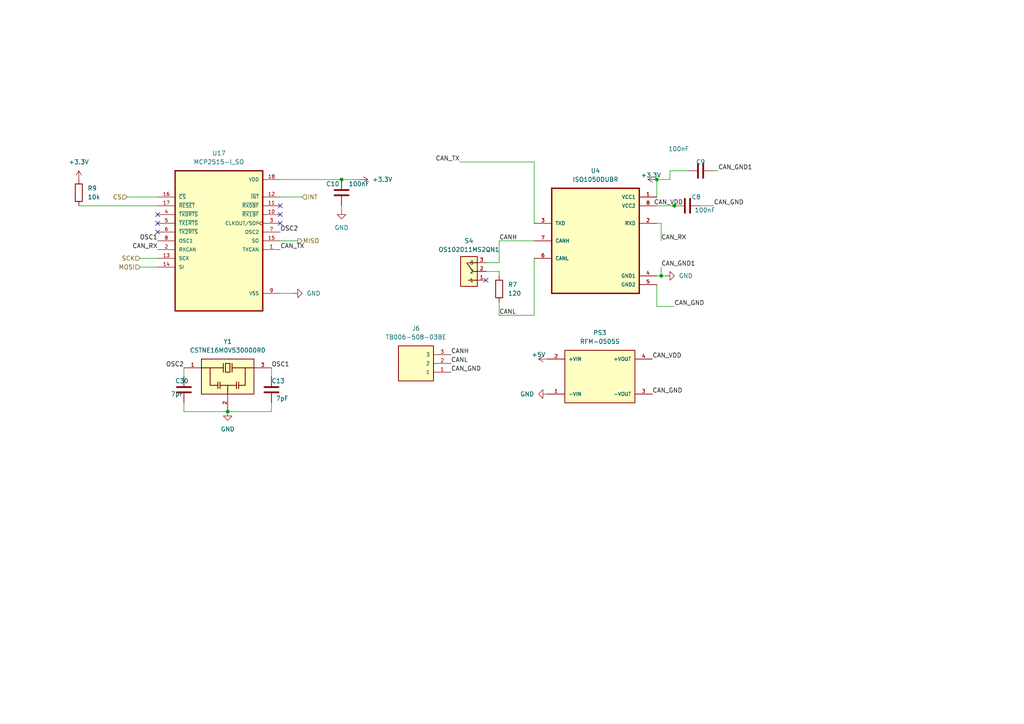
<source format=kicad_sch>
(kicad_sch
	(version 20231120)
	(generator "eeschema")
	(generator_version "8.0")
	(uuid "251d826f-f7db-4586-aa1b-11c9b3059975")
	(paper "A4")
	(lib_symbols
		(symbol "CSTNE16M0V530000R0:CSTNE16M0V530000R0"
			(pin_names
				(offset 1.016)
			)
			(exclude_from_sim no)
			(in_bom yes)
			(on_board yes)
			(property "Reference" "Y"
				(at -7.62 6.35 0)
				(effects
					(font
						(size 1.27 1.27)
					)
					(justify left bottom)
				)
			)
			(property "Value" "CSTNE16M0V530000R0"
				(at 1.27 -6.35 0)
				(effects
					(font
						(size 1.27 1.27)
					)
					(justify left top)
				)
			)
			(property "Footprint" "CSTNE16M0V530000R0:OSC_CSTNE16M0V530000R0"
				(at 0 0 0)
				(effects
					(font
						(size 1.27 1.27)
					)
					(justify bottom)
					(hide yes)
				)
			)
			(property "Datasheet" ""
				(at 0 0 0)
				(effects
					(font
						(size 1.27 1.27)
					)
					(hide yes)
				)
			)
			(property "Description" ""
				(at 0 0 0)
				(effects
					(font
						(size 1.27 1.27)
					)
					(hide yes)
				)
			)
			(property "PARTREV" "JGC42-8853B"
				(at 0 0 0)
				(effects
					(font
						(size 1.27 1.27)
					)
					(justify bottom)
					(hide yes)
				)
			)
			(property "MANUFACTURER" "Murata"
				(at 0 0 0)
				(effects
					(font
						(size 1.27 1.27)
					)
					(justify bottom)
					(hide yes)
				)
			)
			(property "MAXIMUM_PACKAGE_HEIGHT" "1mm"
				(at 0 0 0)
				(effects
					(font
						(size 1.27 1.27)
					)
					(justify bottom)
					(hide yes)
				)
			)
			(property "STANDARD" "Manufacturer Recomendations"
				(at 0 0 0)
				(effects
					(font
						(size 1.27 1.27)
					)
					(justify bottom)
					(hide yes)
				)
			)
			(symbol "CSTNE16M0V530000R0_0_0"
				(rectangle
					(start -7.62 -5.08)
					(end 7.62 5.08)
					(stroke
						(width 0.254)
						(type default)
					)
					(fill
						(type background)
					)
				)
				(polyline
					(pts
						(xy -7.62 2.54) (xy -5.08 2.54)
					)
					(stroke
						(width 0.254)
						(type default)
					)
					(fill
						(type none)
					)
				)
				(polyline
					(pts
						(xy -5.08 -2.54) (xy -5.08 2.54)
					)
					(stroke
						(width 0.254)
						(type default)
					)
					(fill
						(type none)
					)
				)
				(polyline
					(pts
						(xy -5.08 2.54) (xy -1.27 2.54)
					)
					(stroke
						(width 0.254)
						(type default)
					)
					(fill
						(type none)
					)
				)
				(polyline
					(pts
						(xy -2.8575 -2.54) (xy -5.08 -2.54)
					)
					(stroke
						(width 0.254)
						(type default)
					)
					(fill
						(type none)
					)
				)
				(polyline
					(pts
						(xy -2.8575 -2.54) (xy -2.8575 -3.4925)
					)
					(stroke
						(width 0.254)
						(type default)
					)
					(fill
						(type none)
					)
				)
				(polyline
					(pts
						(xy -2.8575 -1.5875) (xy -2.8575 -2.54)
					)
					(stroke
						(width 0.254)
						(type default)
					)
					(fill
						(type none)
					)
				)
				(polyline
					(pts
						(xy -2.2225 -2.54) (xy -2.2225 -3.4925)
					)
					(stroke
						(width 0.254)
						(type default)
					)
					(fill
						(type none)
					)
				)
				(polyline
					(pts
						(xy -2.2225 -1.5875) (xy -2.2225 -2.54)
					)
					(stroke
						(width 0.254)
						(type default)
					)
					(fill
						(type none)
					)
				)
				(polyline
					(pts
						(xy -1.27 2.54) (xy -1.27 1.27)
					)
					(stroke
						(width 0.254)
						(type default)
					)
					(fill
						(type none)
					)
				)
				(polyline
					(pts
						(xy -1.27 3.81) (xy -1.27 2.54)
					)
					(stroke
						(width 0.254)
						(type default)
					)
					(fill
						(type none)
					)
				)
				(polyline
					(pts
						(xy -0.635 1.27) (xy -0.635 3.81)
					)
					(stroke
						(width 0.254)
						(type default)
					)
					(fill
						(type none)
					)
				)
				(polyline
					(pts
						(xy -0.635 3.81) (xy 0.635 3.81)
					)
					(stroke
						(width 0.254)
						(type default)
					)
					(fill
						(type none)
					)
				)
				(polyline
					(pts
						(xy 0 -5.08) (xy 0 -2.54)
					)
					(stroke
						(width 0.254)
						(type default)
					)
					(fill
						(type none)
					)
				)
				(polyline
					(pts
						(xy 0 -2.54) (xy -2.2225 -2.54)
					)
					(stroke
						(width 0.254)
						(type default)
					)
					(fill
						(type none)
					)
				)
				(polyline
					(pts
						(xy 0 -2.54) (xy 2.54 -2.54)
					)
					(stroke
						(width 0.254)
						(type default)
					)
					(fill
						(type none)
					)
				)
				(polyline
					(pts
						(xy 0.635 1.27) (xy -0.635 1.27)
					)
					(stroke
						(width 0.254)
						(type default)
					)
					(fill
						(type none)
					)
				)
				(polyline
					(pts
						(xy 0.635 3.81) (xy 0.635 1.27)
					)
					(stroke
						(width 0.254)
						(type default)
					)
					(fill
						(type none)
					)
				)
				(polyline
					(pts
						(xy 1.27 2.54) (xy 1.27 1.27)
					)
					(stroke
						(width 0.254)
						(type default)
					)
					(fill
						(type none)
					)
				)
				(polyline
					(pts
						(xy 1.27 2.54) (xy 5.08 2.54)
					)
					(stroke
						(width 0.254)
						(type default)
					)
					(fill
						(type none)
					)
				)
				(polyline
					(pts
						(xy 1.27 3.81) (xy 1.27 2.54)
					)
					(stroke
						(width 0.254)
						(type default)
					)
					(fill
						(type none)
					)
				)
				(polyline
					(pts
						(xy 2.54 -2.54) (xy 2.54 -3.4925)
					)
					(stroke
						(width 0.254)
						(type default)
					)
					(fill
						(type none)
					)
				)
				(polyline
					(pts
						(xy 2.54 -1.5875) (xy 2.54 -2.54)
					)
					(stroke
						(width 0.254)
						(type default)
					)
					(fill
						(type none)
					)
				)
				(polyline
					(pts
						(xy 3.175 -2.54) (xy 3.175 -3.4925)
					)
					(stroke
						(width 0.254)
						(type default)
					)
					(fill
						(type none)
					)
				)
				(polyline
					(pts
						(xy 3.175 -2.54) (xy 5.08 -2.54)
					)
					(stroke
						(width 0.254)
						(type default)
					)
					(fill
						(type none)
					)
				)
				(polyline
					(pts
						(xy 3.175 -1.5875) (xy 3.175 -2.54)
					)
					(stroke
						(width 0.254)
						(type default)
					)
					(fill
						(type none)
					)
				)
				(polyline
					(pts
						(xy 5.08 -2.54) (xy 5.08 2.54)
					)
					(stroke
						(width 0.254)
						(type default)
					)
					(fill
						(type none)
					)
				)
				(polyline
					(pts
						(xy 5.08 2.54) (xy 7.62 2.54)
					)
					(stroke
						(width 0.254)
						(type default)
					)
					(fill
						(type none)
					)
				)
				(pin input line
					(at -12.7 2.54 0)
					(length 5.08)
					(name "~"
						(effects
							(font
								(size 1.016 1.016)
							)
						)
					)
					(number "1"
						(effects
							(font
								(size 1.016 1.016)
							)
						)
					)
				)
				(pin power_in line
					(at 0 -10.16 90)
					(length 5.08)
					(name "~"
						(effects
							(font
								(size 1.016 1.016)
							)
						)
					)
					(number "2"
						(effects
							(font
								(size 1.016 1.016)
							)
						)
					)
				)
				(pin output line
					(at 12.7 2.54 180)
					(length 5.08)
					(name "~"
						(effects
							(font
								(size 1.016 1.016)
							)
						)
					)
					(number "3"
						(effects
							(font
								(size 1.016 1.016)
							)
						)
					)
				)
			)
		)
		(symbol "Device:C"
			(pin_numbers hide)
			(pin_names
				(offset 0.254)
			)
			(exclude_from_sim no)
			(in_bom yes)
			(on_board yes)
			(property "Reference" "C"
				(at 0.635 2.54 0)
				(effects
					(font
						(size 1.27 1.27)
					)
					(justify left)
				)
			)
			(property "Value" "C"
				(at 0.635 -2.54 0)
				(effects
					(font
						(size 1.27 1.27)
					)
					(justify left)
				)
			)
			(property "Footprint" ""
				(at 0.9652 -3.81 0)
				(effects
					(font
						(size 1.27 1.27)
					)
					(hide yes)
				)
			)
			(property "Datasheet" "~"
				(at 0 0 0)
				(effects
					(font
						(size 1.27 1.27)
					)
					(hide yes)
				)
			)
			(property "Description" "Unpolarized capacitor"
				(at 0 0 0)
				(effects
					(font
						(size 1.27 1.27)
					)
					(hide yes)
				)
			)
			(property "ki_keywords" "cap capacitor"
				(at 0 0 0)
				(effects
					(font
						(size 1.27 1.27)
					)
					(hide yes)
				)
			)
			(property "ki_fp_filters" "C_*"
				(at 0 0 0)
				(effects
					(font
						(size 1.27 1.27)
					)
					(hide yes)
				)
			)
			(symbol "C_0_1"
				(polyline
					(pts
						(xy -2.032 -0.762) (xy 2.032 -0.762)
					)
					(stroke
						(width 0.508)
						(type default)
					)
					(fill
						(type none)
					)
				)
				(polyline
					(pts
						(xy -2.032 0.762) (xy 2.032 0.762)
					)
					(stroke
						(width 0.508)
						(type default)
					)
					(fill
						(type none)
					)
				)
			)
			(symbol "C_1_1"
				(pin passive line
					(at 0 3.81 270)
					(length 2.794)
					(name "~"
						(effects
							(font
								(size 1.27 1.27)
							)
						)
					)
					(number "1"
						(effects
							(font
								(size 1.27 1.27)
							)
						)
					)
				)
				(pin passive line
					(at 0 -3.81 90)
					(length 2.794)
					(name "~"
						(effects
							(font
								(size 1.27 1.27)
							)
						)
					)
					(number "2"
						(effects
							(font
								(size 1.27 1.27)
							)
						)
					)
				)
			)
		)
		(symbol "Device:R"
			(pin_numbers hide)
			(pin_names
				(offset 0)
			)
			(exclude_from_sim no)
			(in_bom yes)
			(on_board yes)
			(property "Reference" "R"
				(at 2.032 0 90)
				(effects
					(font
						(size 1.27 1.27)
					)
				)
			)
			(property "Value" "R"
				(at 0 0 90)
				(effects
					(font
						(size 1.27 1.27)
					)
				)
			)
			(property "Footprint" ""
				(at -1.778 0 90)
				(effects
					(font
						(size 1.27 1.27)
					)
					(hide yes)
				)
			)
			(property "Datasheet" "~"
				(at 0 0 0)
				(effects
					(font
						(size 1.27 1.27)
					)
					(hide yes)
				)
			)
			(property "Description" "Resistor"
				(at 0 0 0)
				(effects
					(font
						(size 1.27 1.27)
					)
					(hide yes)
				)
			)
			(property "ki_keywords" "R res resistor"
				(at 0 0 0)
				(effects
					(font
						(size 1.27 1.27)
					)
					(hide yes)
				)
			)
			(property "ki_fp_filters" "R_*"
				(at 0 0 0)
				(effects
					(font
						(size 1.27 1.27)
					)
					(hide yes)
				)
			)
			(symbol "R_0_1"
				(rectangle
					(start -1.016 -2.54)
					(end 1.016 2.54)
					(stroke
						(width 0.254)
						(type default)
					)
					(fill
						(type none)
					)
				)
			)
			(symbol "R_1_1"
				(pin passive line
					(at 0 3.81 270)
					(length 1.27)
					(name "~"
						(effects
							(font
								(size 1.27 1.27)
							)
						)
					)
					(number "1"
						(effects
							(font
								(size 1.27 1.27)
							)
						)
					)
				)
				(pin passive line
					(at 0 -3.81 90)
					(length 1.27)
					(name "~"
						(effects
							(font
								(size 1.27 1.27)
							)
						)
					)
					(number "2"
						(effects
							(font
								(size 1.27 1.27)
							)
						)
					)
				)
			)
		)
		(symbol "ISO1050DUBR:ISO1050DUBR"
			(pin_names
				(offset 1.016)
			)
			(exclude_from_sim no)
			(in_bom yes)
			(on_board yes)
			(property "Reference" "U"
				(at -12.7 16.24 0)
				(effects
					(font
						(size 1.27 1.27)
					)
					(justify left bottom)
				)
			)
			(property "Value" "ISO1050DUBR"
				(at -12.7 -19.24 0)
				(effects
					(font
						(size 1.27 1.27)
					)
					(justify left bottom)
				)
			)
			(property "Footprint" "ISO1050DUBR:SOP254P1040X485-8N"
				(at 0 0 0)
				(effects
					(font
						(size 1.27 1.27)
					)
					(justify bottom)
					(hide yes)
				)
			)
			(property "Datasheet" ""
				(at 0 0 0)
				(effects
					(font
						(size 1.27 1.27)
					)
					(hide yes)
				)
			)
			(property "Description" ""
				(at 0 0 0)
				(effects
					(font
						(size 1.27 1.27)
					)
					(hide yes)
				)
			)
			(symbol "ISO1050DUBR_0_0"
				(rectangle
					(start -12.7 -15.24)
					(end 12.7 15.24)
					(stroke
						(width 0.41)
						(type default)
					)
					(fill
						(type background)
					)
				)
				(pin power_in line
					(at 17.78 12.7 180)
					(length 5.08)
					(name "VCC1"
						(effects
							(font
								(size 1.016 1.016)
							)
						)
					)
					(number "1"
						(effects
							(font
								(size 1.016 1.016)
							)
						)
					)
				)
				(pin output line
					(at 17.78 5.08 180)
					(length 5.08)
					(name "RXD"
						(effects
							(font
								(size 1.016 1.016)
							)
						)
					)
					(number "2"
						(effects
							(font
								(size 1.016 1.016)
							)
						)
					)
				)
				(pin input line
					(at -17.78 5.08 0)
					(length 5.08)
					(name "TXD"
						(effects
							(font
								(size 1.016 1.016)
							)
						)
					)
					(number "3"
						(effects
							(font
								(size 1.016 1.016)
							)
						)
					)
				)
				(pin power_in line
					(at 17.78 -10.16 180)
					(length 5.08)
					(name "GND1"
						(effects
							(font
								(size 1.016 1.016)
							)
						)
					)
					(number "4"
						(effects
							(font
								(size 1.016 1.016)
							)
						)
					)
				)
				(pin power_in line
					(at 17.78 -12.7 180)
					(length 5.08)
					(name "GND2"
						(effects
							(font
								(size 1.016 1.016)
							)
						)
					)
					(number "5"
						(effects
							(font
								(size 1.016 1.016)
							)
						)
					)
				)
				(pin bidirectional line
					(at -17.78 -5.08 0)
					(length 5.08)
					(name "CANL"
						(effects
							(font
								(size 1.016 1.016)
							)
						)
					)
					(number "6"
						(effects
							(font
								(size 1.016 1.016)
							)
						)
					)
				)
				(pin bidirectional line
					(at -17.78 0 0)
					(length 5.08)
					(name "CANH"
						(effects
							(font
								(size 1.016 1.016)
							)
						)
					)
					(number "7"
						(effects
							(font
								(size 1.016 1.016)
							)
						)
					)
				)
				(pin power_in line
					(at 17.78 10.16 180)
					(length 5.08)
					(name "VCC2"
						(effects
							(font
								(size 1.016 1.016)
							)
						)
					)
					(number "8"
						(effects
							(font
								(size 1.016 1.016)
							)
						)
					)
				)
			)
		)
		(symbol "MCP2515-I_SO:MCP2515-I_SO"
			(pin_names
				(offset 1.016)
			)
			(exclude_from_sim no)
			(in_bom yes)
			(on_board yes)
			(property "Reference" "U"
				(at -12.7 21.32 0)
				(effects
					(font
						(size 1.27 1.27)
					)
					(justify left bottom)
				)
			)
			(property "Value" "MCP2515-I_SO"
				(at -12.7 -24.32 0)
				(effects
					(font
						(size 1.27 1.27)
					)
					(justify left bottom)
				)
			)
			(property "Footprint" "MCP2515-I_SO:SOIC127P1030X265-18N"
				(at 0 0 0)
				(effects
					(font
						(size 1.27 1.27)
					)
					(justify bottom)
					(hide yes)
				)
			)
			(property "Datasheet" ""
				(at 0 0 0)
				(effects
					(font
						(size 1.27 1.27)
					)
					(hide yes)
				)
			)
			(property "Description" ""
				(at 0 0 0)
				(effects
					(font
						(size 1.27 1.27)
					)
					(hide yes)
				)
			)
			(symbol "MCP2515-I_SO_0_0"
				(rectangle
					(start -12.7 -20.32)
					(end 12.7 20.32)
					(stroke
						(width 0.41)
						(type default)
					)
					(fill
						(type background)
					)
				)
				(pin output line
					(at 17.78 -2.54 180)
					(length 5.08)
					(name "TXCAN"
						(effects
							(font
								(size 1.016 1.016)
							)
						)
					)
					(number "1"
						(effects
							(font
								(size 1.016 1.016)
							)
						)
					)
				)
				(pin output line
					(at 17.78 7.62 180)
					(length 5.08)
					(name "~{RX1BF}"
						(effects
							(font
								(size 1.016 1.016)
							)
						)
					)
					(number "10"
						(effects
							(font
								(size 1.016 1.016)
							)
						)
					)
				)
				(pin output line
					(at 17.78 10.16 180)
					(length 5.08)
					(name "~{RX0BF}"
						(effects
							(font
								(size 1.016 1.016)
							)
						)
					)
					(number "11"
						(effects
							(font
								(size 1.016 1.016)
							)
						)
					)
				)
				(pin output line
					(at 17.78 12.7 180)
					(length 5.08)
					(name "~{INT}"
						(effects
							(font
								(size 1.016 1.016)
							)
						)
					)
					(number "12"
						(effects
							(font
								(size 1.016 1.016)
							)
						)
					)
				)
				(pin input line
					(at -17.78 -5.08 0)
					(length 5.08)
					(name "SCK"
						(effects
							(font
								(size 1.016 1.016)
							)
						)
					)
					(number "13"
						(effects
							(font
								(size 1.016 1.016)
							)
						)
					)
				)
				(pin input line
					(at -17.78 -7.62 0)
					(length 5.08)
					(name "SI"
						(effects
							(font
								(size 1.016 1.016)
							)
						)
					)
					(number "14"
						(effects
							(font
								(size 1.016 1.016)
							)
						)
					)
				)
				(pin output line
					(at 17.78 0 180)
					(length 5.08)
					(name "SO"
						(effects
							(font
								(size 1.016 1.016)
							)
						)
					)
					(number "15"
						(effects
							(font
								(size 1.016 1.016)
							)
						)
					)
				)
				(pin input line
					(at -17.78 12.7 0)
					(length 5.08)
					(name "~{CS}"
						(effects
							(font
								(size 1.016 1.016)
							)
						)
					)
					(number "16"
						(effects
							(font
								(size 1.016 1.016)
							)
						)
					)
				)
				(pin input line
					(at -17.78 10.16 0)
					(length 5.08)
					(name "~{RESET}"
						(effects
							(font
								(size 1.016 1.016)
							)
						)
					)
					(number "17"
						(effects
							(font
								(size 1.016 1.016)
							)
						)
					)
				)
				(pin power_in line
					(at 17.78 17.78 180)
					(length 5.08)
					(name "VDD"
						(effects
							(font
								(size 1.016 1.016)
							)
						)
					)
					(number "18"
						(effects
							(font
								(size 1.016 1.016)
							)
						)
					)
				)
				(pin input line
					(at -17.78 -2.54 0)
					(length 5.08)
					(name "RXCAN"
						(effects
							(font
								(size 1.016 1.016)
							)
						)
					)
					(number "2"
						(effects
							(font
								(size 1.016 1.016)
							)
						)
					)
				)
				(pin output clock
					(at 17.78 5.08 180)
					(length 5.08)
					(name "CLKOUT/SOF"
						(effects
							(font
								(size 1.016 1.016)
							)
						)
					)
					(number "3"
						(effects
							(font
								(size 1.016 1.016)
							)
						)
					)
				)
				(pin input line
					(at -17.78 7.62 0)
					(length 5.08)
					(name "~{TX0RTS}"
						(effects
							(font
								(size 1.016 1.016)
							)
						)
					)
					(number "4"
						(effects
							(font
								(size 1.016 1.016)
							)
						)
					)
				)
				(pin input line
					(at -17.78 5.08 0)
					(length 5.08)
					(name "~{TX1RTS}"
						(effects
							(font
								(size 1.016 1.016)
							)
						)
					)
					(number "5"
						(effects
							(font
								(size 1.016 1.016)
							)
						)
					)
				)
				(pin input line
					(at -17.78 2.54 0)
					(length 5.08)
					(name "~{TX2RTS}"
						(effects
							(font
								(size 1.016 1.016)
							)
						)
					)
					(number "6"
						(effects
							(font
								(size 1.016 1.016)
							)
						)
					)
				)
				(pin output line
					(at 17.78 2.54 180)
					(length 5.08)
					(name "OSC2"
						(effects
							(font
								(size 1.016 1.016)
							)
						)
					)
					(number "7"
						(effects
							(font
								(size 1.016 1.016)
							)
						)
					)
				)
				(pin input line
					(at -17.78 0 0)
					(length 5.08)
					(name "OSC1"
						(effects
							(font
								(size 1.016 1.016)
							)
						)
					)
					(number "8"
						(effects
							(font
								(size 1.016 1.016)
							)
						)
					)
				)
				(pin power_in line
					(at 17.78 -15.24 180)
					(length 5.08)
					(name "VSS"
						(effects
							(font
								(size 1.016 1.016)
							)
						)
					)
					(number "9"
						(effects
							(font
								(size 1.016 1.016)
							)
						)
					)
				)
			)
		)
		(symbol "OS102011MS2QN1:OS102011MS2QN1"
			(pin_names
				(offset 1.016)
			)
			(exclude_from_sim no)
			(in_bom yes)
			(on_board yes)
			(property "Reference" "S"
				(at -2.5411 5.0822 0)
				(effects
					(font
						(size 1.27 1.27)
					)
					(justify left bottom)
				)
			)
			(property "Value" "OS102011MS2QN1"
				(at -2.544 -7.6319 0)
				(effects
					(font
						(size 1.27 1.27)
					)
					(justify left bottom)
				)
			)
			(property "Footprint" "OS102011MS2QN1:SW_OS102011MS2QN1"
				(at 0 0 0)
				(effects
					(font
						(size 1.27 1.27)
					)
					(justify bottom)
					(hide yes)
				)
			)
			(property "Datasheet" ""
				(at 0 0 0)
				(effects
					(font
						(size 1.27 1.27)
					)
					(hide yes)
				)
			)
			(property "Description" ""
				(at 0 0 0)
				(effects
					(font
						(size 1.27 1.27)
					)
					(hide yes)
				)
			)
			(property "STANDARD" "MANUFACTURER RECOMMENDATIONS"
				(at 0 0 0)
				(effects
					(font
						(size 1.27 1.27)
					)
					(justify bottom)
					(hide yes)
				)
			)
			(property "MANUFACTURER" "C&K"
				(at 0 0 0)
				(effects
					(font
						(size 1.27 1.27)
					)
					(justify bottom)
					(hide yes)
				)
			)
			(symbol "OS102011MS2QN1_0_0"
				(rectangle
					(start -2.54 -4.318)
					(end 2.286 4.318)
					(stroke
						(width 0.254)
						(type default)
					)
					(fill
						(type background)
					)
				)
				(polyline
					(pts
						(xy -2.54 -2.54) (xy 0 -2.54)
					)
					(stroke
						(width 0.254)
						(type default)
					)
					(fill
						(type none)
					)
				)
				(polyline
					(pts
						(xy -2.54 0) (xy -1.27 0)
					)
					(stroke
						(width 0.254)
						(type default)
					)
					(fill
						(type none)
					)
				)
				(polyline
					(pts
						(xy -2.54 2.54) (xy 0 2.54)
					)
					(stroke
						(width 0.254)
						(type default)
					)
					(fill
						(type none)
					)
				)
				(polyline
					(pts
						(xy -1.27 0) (xy 0.508 -2.54)
					)
					(stroke
						(width 0.254)
						(type default)
					)
					(fill
						(type none)
					)
				)
				(pin passive line
					(at -5.08 2.54 0)
					(length 2.54)
					(name "1"
						(effects
							(font
								(size 1.016 1.016)
							)
						)
					)
					(number "1"
						(effects
							(font
								(size 1.016 1.016)
							)
						)
					)
				)
				(pin passive line
					(at -5.08 0 0)
					(length 2.54)
					(name "2"
						(effects
							(font
								(size 1.016 1.016)
							)
						)
					)
					(number "2"
						(effects
							(font
								(size 1.016 1.016)
							)
						)
					)
				)
				(pin passive line
					(at -5.08 -2.54 0)
					(length 2.54)
					(name "3"
						(effects
							(font
								(size 1.016 1.016)
							)
						)
					)
					(number "3"
						(effects
							(font
								(size 1.016 1.016)
							)
						)
					)
				)
			)
		)
		(symbol "RFM-0505S:RFM-0505S"
			(pin_names
				(offset 1.016)
			)
			(exclude_from_sim no)
			(in_bom yes)
			(on_board yes)
			(property "Reference" "PS"
				(at -10.16 8.89 0)
				(effects
					(font
						(size 1.27 1.27)
					)
					(justify left bottom)
				)
			)
			(property "Value" "RFM-0505S"
				(at -10.16 -10.16 0)
				(effects
					(font
						(size 1.27 1.27)
					)
					(justify left bottom)
				)
			)
			(property "Footprint" "RFM-0505S:CONV_RFM-0505S"
				(at 0 0 0)
				(effects
					(font
						(size 1.27 1.27)
					)
					(justify bottom)
					(hide yes)
				)
			)
			(property "Datasheet" ""
				(at 0 0 0)
				(effects
					(font
						(size 1.27 1.27)
					)
					(hide yes)
				)
			)
			(property "Description" ""
				(at 0 0 0)
				(effects
					(font
						(size 1.27 1.27)
					)
					(hide yes)
				)
			)
			(property "PARTREV" "0"
				(at 0 0 0)
				(effects
					(font
						(size 1.27 1.27)
					)
					(justify bottom)
					(hide yes)
				)
			)
			(property "STANDARD" "Manufacturer Recommendations"
				(at 0 0 0)
				(effects
					(font
						(size 1.27 1.27)
					)
					(justify bottom)
					(hide yes)
				)
			)
			(property "MAXIMUM_PACKAGE_HEIGHT" "10mm"
				(at 0 0 0)
				(effects
					(font
						(size 1.27 1.27)
					)
					(justify bottom)
					(hide yes)
				)
			)
			(property "MANUFACTURER" "Recom"
				(at 0 0 0)
				(effects
					(font
						(size 1.27 1.27)
					)
					(justify bottom)
					(hide yes)
				)
			)
			(symbol "RFM-0505S_0_0"
				(rectangle
					(start -10.16 -7.62)
					(end 10.16 7.62)
					(stroke
						(width 0.254)
						(type default)
					)
					(fill
						(type background)
					)
				)
				(pin input line
					(at -15.24 -5.08 0)
					(length 5.08)
					(name "-VIN"
						(effects
							(font
								(size 1.016 1.016)
							)
						)
					)
					(number "1"
						(effects
							(font
								(size 1.016 1.016)
							)
						)
					)
				)
				(pin input line
					(at -15.24 5.08 0)
					(length 5.08)
					(name "+VIN"
						(effects
							(font
								(size 1.016 1.016)
							)
						)
					)
					(number "2"
						(effects
							(font
								(size 1.016 1.016)
							)
						)
					)
				)
				(pin output line
					(at 15.24 -5.08 180)
					(length 5.08)
					(name "-VOUT"
						(effects
							(font
								(size 1.016 1.016)
							)
						)
					)
					(number "3"
						(effects
							(font
								(size 1.016 1.016)
							)
						)
					)
				)
				(pin output line
					(at 15.24 5.08 180)
					(length 5.08)
					(name "+VOUT"
						(effects
							(font
								(size 1.016 1.016)
							)
						)
					)
					(number "4"
						(effects
							(font
								(size 1.016 1.016)
							)
						)
					)
				)
			)
		)
		(symbol "TB006-508-03BE:TB006-508-03BE"
			(pin_names
				(offset 1.016)
			)
			(exclude_from_sim no)
			(in_bom yes)
			(on_board yes)
			(property "Reference" "J"
				(at -5.58 5.08 0)
				(effects
					(font
						(size 1.27 1.27)
					)
					(justify left bottom)
				)
			)
			(property "Value" "TB006-508-03BE"
				(at -5.08 -7.62 0)
				(effects
					(font
						(size 1.27 1.27)
					)
					(justify left bottom)
				)
			)
			(property "Footprint" "TB006-508-03BE:CUI_TB006-508-03BE"
				(at 0 0 0)
				(effects
					(font
						(size 1.27 1.27)
					)
					(justify bottom)
					(hide yes)
				)
			)
			(property "Datasheet" ""
				(at 0 0 0)
				(effects
					(font
						(size 1.27 1.27)
					)
					(hide yes)
				)
			)
			(property "Description" ""
				(at 0 0 0)
				(effects
					(font
						(size 1.27 1.27)
					)
					(hide yes)
				)
			)
			(property "STANDARD" "Manufacturer Recommendations"
				(at 0 0 0)
				(effects
					(font
						(size 1.27 1.27)
					)
					(justify bottom)
					(hide yes)
				)
			)
			(property "MANUFACTURER" "CUI"
				(at 0 0 0)
				(effects
					(font
						(size 1.27 1.27)
					)
					(justify bottom)
					(hide yes)
				)
			)
			(symbol "TB006-508-03BE_0_0"
				(rectangle
					(start -5.08 -5.08)
					(end 5.08 5.08)
					(stroke
						(width 0.254)
						(type default)
					)
					(fill
						(type background)
					)
				)
				(pin passive line
					(at -10.16 2.54 0)
					(length 5.08)
					(name "1"
						(effects
							(font
								(size 1.016 1.016)
							)
						)
					)
					(number "1"
						(effects
							(font
								(size 1.016 1.016)
							)
						)
					)
				)
				(pin passive line
					(at -10.16 0 0)
					(length 5.08)
					(name "2"
						(effects
							(font
								(size 1.016 1.016)
							)
						)
					)
					(number "2"
						(effects
							(font
								(size 1.016 1.016)
							)
						)
					)
				)
				(pin passive line
					(at -10.16 -2.54 0)
					(length 5.08)
					(name "3"
						(effects
							(font
								(size 1.016 1.016)
							)
						)
					)
					(number "3"
						(effects
							(font
								(size 1.016 1.016)
							)
						)
					)
				)
			)
		)
		(symbol "power:+3.3V"
			(power)
			(pin_names
				(offset 0)
			)
			(exclude_from_sim no)
			(in_bom yes)
			(on_board yes)
			(property "Reference" "#PWR"
				(at 0 -3.81 0)
				(effects
					(font
						(size 1.27 1.27)
					)
					(hide yes)
				)
			)
			(property "Value" "+3.3V"
				(at 0 3.556 0)
				(effects
					(font
						(size 1.27 1.27)
					)
				)
			)
			(property "Footprint" ""
				(at 0 0 0)
				(effects
					(font
						(size 1.27 1.27)
					)
					(hide yes)
				)
			)
			(property "Datasheet" ""
				(at 0 0 0)
				(effects
					(font
						(size 1.27 1.27)
					)
					(hide yes)
				)
			)
			(property "Description" "Power symbol creates a global label with name \"+3.3V\""
				(at 0 0 0)
				(effects
					(font
						(size 1.27 1.27)
					)
					(hide yes)
				)
			)
			(property "ki_keywords" "global power"
				(at 0 0 0)
				(effects
					(font
						(size 1.27 1.27)
					)
					(hide yes)
				)
			)
			(symbol "+3.3V_0_1"
				(polyline
					(pts
						(xy -0.762 1.27) (xy 0 2.54)
					)
					(stroke
						(width 0)
						(type default)
					)
					(fill
						(type none)
					)
				)
				(polyline
					(pts
						(xy 0 0) (xy 0 2.54)
					)
					(stroke
						(width 0)
						(type default)
					)
					(fill
						(type none)
					)
				)
				(polyline
					(pts
						(xy 0 2.54) (xy 0.762 1.27)
					)
					(stroke
						(width 0)
						(type default)
					)
					(fill
						(type none)
					)
				)
			)
			(symbol "+3.3V_1_1"
				(pin power_in line
					(at 0 0 90)
					(length 0) hide
					(name "+3.3V"
						(effects
							(font
								(size 1.27 1.27)
							)
						)
					)
					(number "1"
						(effects
							(font
								(size 1.27 1.27)
							)
						)
					)
				)
			)
		)
		(symbol "power:+5V"
			(power)
			(pin_names
				(offset 0)
			)
			(exclude_from_sim no)
			(in_bom yes)
			(on_board yes)
			(property "Reference" "#PWR"
				(at 0 -3.81 0)
				(effects
					(font
						(size 1.27 1.27)
					)
					(hide yes)
				)
			)
			(property "Value" "+5V"
				(at 0 3.556 0)
				(effects
					(font
						(size 1.27 1.27)
					)
				)
			)
			(property "Footprint" ""
				(at 0 0 0)
				(effects
					(font
						(size 1.27 1.27)
					)
					(hide yes)
				)
			)
			(property "Datasheet" ""
				(at 0 0 0)
				(effects
					(font
						(size 1.27 1.27)
					)
					(hide yes)
				)
			)
			(property "Description" "Power symbol creates a global label with name \"+5V\""
				(at 0 0 0)
				(effects
					(font
						(size 1.27 1.27)
					)
					(hide yes)
				)
			)
			(property "ki_keywords" "global power"
				(at 0 0 0)
				(effects
					(font
						(size 1.27 1.27)
					)
					(hide yes)
				)
			)
			(symbol "+5V_0_1"
				(polyline
					(pts
						(xy -0.762 1.27) (xy 0 2.54)
					)
					(stroke
						(width 0)
						(type default)
					)
					(fill
						(type none)
					)
				)
				(polyline
					(pts
						(xy 0 0) (xy 0 2.54)
					)
					(stroke
						(width 0)
						(type default)
					)
					(fill
						(type none)
					)
				)
				(polyline
					(pts
						(xy 0 2.54) (xy 0.762 1.27)
					)
					(stroke
						(width 0)
						(type default)
					)
					(fill
						(type none)
					)
				)
			)
			(symbol "+5V_1_1"
				(pin power_in line
					(at 0 0 90)
					(length 0) hide
					(name "+5V"
						(effects
							(font
								(size 1.27 1.27)
							)
						)
					)
					(number "1"
						(effects
							(font
								(size 1.27 1.27)
							)
						)
					)
				)
			)
		)
		(symbol "power:GND"
			(power)
			(pin_names
				(offset 0)
			)
			(exclude_from_sim no)
			(in_bom yes)
			(on_board yes)
			(property "Reference" "#PWR"
				(at 0 -6.35 0)
				(effects
					(font
						(size 1.27 1.27)
					)
					(hide yes)
				)
			)
			(property "Value" "GND"
				(at 0 -3.81 0)
				(effects
					(font
						(size 1.27 1.27)
					)
				)
			)
			(property "Footprint" ""
				(at 0 0 0)
				(effects
					(font
						(size 1.27 1.27)
					)
					(hide yes)
				)
			)
			(property "Datasheet" ""
				(at 0 0 0)
				(effects
					(font
						(size 1.27 1.27)
					)
					(hide yes)
				)
			)
			(property "Description" "Power symbol creates a global label with name \"GND\" , ground"
				(at 0 0 0)
				(effects
					(font
						(size 1.27 1.27)
					)
					(hide yes)
				)
			)
			(property "ki_keywords" "global power"
				(at 0 0 0)
				(effects
					(font
						(size 1.27 1.27)
					)
					(hide yes)
				)
			)
			(symbol "GND_0_1"
				(polyline
					(pts
						(xy 0 0) (xy 0 -1.27) (xy 1.27 -1.27) (xy 0 -2.54) (xy -1.27 -1.27) (xy 0 -1.27)
					)
					(stroke
						(width 0)
						(type default)
					)
					(fill
						(type none)
					)
				)
			)
			(symbol "GND_1_1"
				(pin power_in line
					(at 0 0 270)
					(length 0) hide
					(name "GND"
						(effects
							(font
								(size 1.27 1.27)
							)
						)
					)
					(number "1"
						(effects
							(font
								(size 1.27 1.27)
							)
						)
					)
				)
			)
		)
	)
	(junction
		(at 66.04 119.38)
		(diameter 0)
		(color 0 0 0 0)
		(uuid "0ae5360b-6844-4c25-8511-b13e289b03af")
	)
	(junction
		(at 191.77 80.01)
		(diameter 0)
		(color 0 0 0 0)
		(uuid "5f6ed176-f36e-49ea-87ea-5e52618350ed")
	)
	(junction
		(at 99.06 52.07)
		(diameter 0)
		(color 0 0 0 0)
		(uuid "6810573a-d251-4d09-8e31-b62b6dc9e0cb")
	)
	(junction
		(at 195.58 59.69)
		(diameter 0)
		(color 0 0 0 0)
		(uuid "de087e9f-f727-4e5c-840a-9494380fd648")
	)
	(junction
		(at 190.5 52.07)
		(diameter 0)
		(color 0 0 0 0)
		(uuid "e0dd63c6-7694-44b3-a9f4-31d042608fbd")
	)
	(no_connect
		(at 81.28 62.23)
		(uuid "4fbcd10b-5a37-40c9-9276-c234e9293201")
	)
	(no_connect
		(at 45.72 67.31)
		(uuid "6bf168d5-98ee-408f-a261-7796e9e86f3f")
	)
	(no_connect
		(at 81.28 64.77)
		(uuid "8c2b701c-c282-4ddb-a62f-53e5aff01d71")
	)
	(no_connect
		(at 81.28 59.69)
		(uuid "98b9fb49-6ad6-4016-876a-171780873907")
	)
	(no_connect
		(at 45.72 64.77)
		(uuid "aab68f89-c5e1-494a-ad2d-905b84b8d91f")
	)
	(no_connect
		(at 45.72 62.23)
		(uuid "b7f31ec8-0ee2-4f85-b1a6-918b910215c2")
	)
	(no_connect
		(at 140.97 81.28)
		(uuid "cfc3f28b-9a9f-43f2-89b7-d51d3d85484f")
	)
	(wire
		(pts
			(xy 154.94 46.99) (xy 154.94 64.77)
		)
		(stroke
			(width 0)
			(type default)
		)
		(uuid "01903c20-1e2e-4d25-bf7e-97ac2b689d63")
	)
	(wire
		(pts
			(xy 53.34 119.38) (xy 66.04 119.38)
		)
		(stroke
			(width 0)
			(type default)
		)
		(uuid "01b17242-94ca-4577-ade5-c4eba6b5d791")
	)
	(wire
		(pts
			(xy 207.01 49.53) (xy 208.28 49.53)
		)
		(stroke
			(width 0)
			(type default)
		)
		(uuid "056e88d9-11d2-4c34-a1aa-c4990112f744")
	)
	(wire
		(pts
			(xy 40.64 77.47) (xy 45.72 77.47)
		)
		(stroke
			(width 0)
			(type default)
		)
		(uuid "0a9f3189-4c20-451b-8daf-5fe1d0ae563b")
	)
	(wire
		(pts
			(xy 194.31 52.07) (xy 190.5 52.07)
		)
		(stroke
			(width 0)
			(type default)
		)
		(uuid "0fa3d2e7-647d-47fc-947a-eecd43370e2a")
	)
	(wire
		(pts
			(xy 36.83 57.15) (xy 45.72 57.15)
		)
		(stroke
			(width 0)
			(type default)
		)
		(uuid "150c5764-74f5-48f2-a327-d227b0ff4eb7")
	)
	(wire
		(pts
			(xy 81.28 69.85) (xy 86.36 69.85)
		)
		(stroke
			(width 0)
			(type default)
		)
		(uuid "15b85817-73ad-4f97-bb93-4cded079b79e")
	)
	(wire
		(pts
			(xy 78.74 106.68) (xy 78.74 109.22)
		)
		(stroke
			(width 0)
			(type default)
		)
		(uuid "1803e9d6-a4dd-43c6-b3aa-47ce63392c6f")
	)
	(wire
		(pts
			(xy 191.77 64.77) (xy 190.5 64.77)
		)
		(stroke
			(width 0)
			(type default)
		)
		(uuid "2aa5db33-03af-4233-a4f1-c81559481788")
	)
	(wire
		(pts
			(xy 190.5 59.69) (xy 195.58 59.69)
		)
		(stroke
			(width 0)
			(type default)
		)
		(uuid "2ed32c3a-6e2e-4700-850a-bc5b0d405f47")
	)
	(wire
		(pts
			(xy 78.74 119.38) (xy 66.04 119.38)
		)
		(stroke
			(width 0)
			(type default)
		)
		(uuid "39795bc9-87db-4cda-b139-3afe8790eca1")
	)
	(wire
		(pts
			(xy 190.5 57.15) (xy 190.5 52.07)
		)
		(stroke
			(width 0)
			(type default)
		)
		(uuid "3d02c466-de25-494b-8699-4a8b44e41889")
	)
	(wire
		(pts
			(xy 85.09 85.09) (xy 81.28 85.09)
		)
		(stroke
			(width 0)
			(type default)
		)
		(uuid "464ca515-98bf-4e91-bae9-975c7179b072")
	)
	(wire
		(pts
			(xy 194.31 49.53) (xy 199.39 49.53)
		)
		(stroke
			(width 0)
			(type default)
		)
		(uuid "5c2a7e0c-e109-4f28-b001-896cc432adc6")
	)
	(wire
		(pts
			(xy 191.77 80.01) (xy 190.5 80.01)
		)
		(stroke
			(width 0)
			(type default)
		)
		(uuid "64acd2a0-8db9-4a26-8d87-0d27e97384ae")
	)
	(wire
		(pts
			(xy 53.34 116.84) (xy 53.34 119.38)
		)
		(stroke
			(width 0)
			(type default)
		)
		(uuid "65bde33b-90eb-4058-b817-1ea21e99e481")
	)
	(wire
		(pts
			(xy 81.28 52.07) (xy 99.06 52.07)
		)
		(stroke
			(width 0)
			(type default)
		)
		(uuid "65e6a4cc-cab1-40a3-8e54-9a646cd3a67e")
	)
	(wire
		(pts
			(xy 195.58 88.9) (xy 190.5 88.9)
		)
		(stroke
			(width 0)
			(type default)
		)
		(uuid "7724b638-2ba8-4ce5-84c5-f08af92f7f34")
	)
	(wire
		(pts
			(xy 190.5 88.9) (xy 190.5 82.55)
		)
		(stroke
			(width 0)
			(type default)
		)
		(uuid "7f515bd5-8e66-4009-bdcf-9ce3917b847b")
	)
	(wire
		(pts
			(xy 191.77 69.85) (xy 191.77 64.77)
		)
		(stroke
			(width 0)
			(type default)
		)
		(uuid "805b4aeb-cc21-434d-a9f0-ddeb503a03e2")
	)
	(wire
		(pts
			(xy 99.06 52.07) (xy 104.14 52.07)
		)
		(stroke
			(width 0)
			(type default)
		)
		(uuid "815e5c50-3eec-42b3-b3d5-5854d6470bdc")
	)
	(wire
		(pts
			(xy 193.04 80.01) (xy 191.77 80.01)
		)
		(stroke
			(width 0)
			(type default)
		)
		(uuid "815fcb99-3c08-4725-aa96-ecf026135095")
	)
	(wire
		(pts
			(xy 78.74 116.84) (xy 78.74 119.38)
		)
		(stroke
			(width 0)
			(type default)
		)
		(uuid "8871dcbe-acff-48ed-a6f8-8ce3a1bcf51c")
	)
	(wire
		(pts
			(xy 191.77 77.47) (xy 191.77 80.01)
		)
		(stroke
			(width 0)
			(type default)
		)
		(uuid "898bf46e-41fe-4621-b89e-55046856f95f")
	)
	(wire
		(pts
			(xy 133.35 46.99) (xy 154.94 46.99)
		)
		(stroke
			(width 0)
			(type default)
		)
		(uuid "8b94898d-9153-449a-a7a7-1fd48b05a699")
	)
	(wire
		(pts
			(xy 22.86 59.69) (xy 45.72 59.69)
		)
		(stroke
			(width 0)
			(type default)
		)
		(uuid "8d68d8ef-beb1-4f9d-ab7e-9a016adf5afa")
	)
	(wire
		(pts
			(xy 40.64 74.93) (xy 45.72 74.93)
		)
		(stroke
			(width 0)
			(type default)
		)
		(uuid "912003f0-ebe0-4add-979e-0562e63eab12")
	)
	(wire
		(pts
			(xy 144.78 78.74) (xy 140.97 78.74)
		)
		(stroke
			(width 0)
			(type default)
		)
		(uuid "962a3bc8-f2de-4c8a-abdb-8558e396755f")
	)
	(wire
		(pts
			(xy 194.31 49.53) (xy 194.31 52.07)
		)
		(stroke
			(width 0)
			(type default)
		)
		(uuid "9bfa9eb2-e3eb-4d34-af39-fdc95037b441")
	)
	(wire
		(pts
			(xy 81.28 57.15) (xy 87.63 57.15)
		)
		(stroke
			(width 0)
			(type default)
		)
		(uuid "b56b612f-3e5f-4b04-ba1b-a9fa287fbdae")
	)
	(wire
		(pts
			(xy 144.78 87.63) (xy 144.78 91.44)
		)
		(stroke
			(width 0)
			(type default)
		)
		(uuid "bb39dd4b-00c0-4f9a-8421-e448719696f6")
	)
	(wire
		(pts
			(xy 53.34 106.68) (xy 53.34 109.22)
		)
		(stroke
			(width 0)
			(type default)
		)
		(uuid "bdf5fd8e-1ff3-4d3f-9098-8f65450c40ac")
	)
	(wire
		(pts
			(xy 144.78 69.85) (xy 154.94 69.85)
		)
		(stroke
			(width 0)
			(type default)
		)
		(uuid "c0457362-40e0-4a8d-8368-37f0db2d2eee")
	)
	(wire
		(pts
			(xy 207.01 59.69) (xy 203.2 59.69)
		)
		(stroke
			(width 0)
			(type default)
		)
		(uuid "c8fc0dd2-4030-4143-8f00-6c40aee7eeb7")
	)
	(wire
		(pts
			(xy 144.78 78.74) (xy 144.78 80.01)
		)
		(stroke
			(width 0)
			(type default)
		)
		(uuid "da4ef41a-637f-4a3a-9606-178c87a02e86")
	)
	(wire
		(pts
			(xy 144.78 76.2) (xy 144.78 69.85)
		)
		(stroke
			(width 0)
			(type default)
		)
		(uuid "e17cfffb-a3b0-4ba6-8015-5c271e5ca688")
	)
	(wire
		(pts
			(xy 99.06 59.69) (xy 99.06 60.96)
		)
		(stroke
			(width 0)
			(type default)
		)
		(uuid "e421243f-4cba-425a-b0d9-754790c7125e")
	)
	(wire
		(pts
			(xy 154.94 74.93) (xy 154.94 91.44)
		)
		(stroke
			(width 0)
			(type default)
		)
		(uuid "e5bc1465-f8f4-4a75-9a31-7ddb026274e9")
	)
	(wire
		(pts
			(xy 144.78 91.44) (xy 154.94 91.44)
		)
		(stroke
			(width 0)
			(type default)
		)
		(uuid "e685822f-0641-4f47-99ad-e34d3c9c2133")
	)
	(wire
		(pts
			(xy 198.12 59.69) (xy 195.58 59.69)
		)
		(stroke
			(width 0)
			(type default)
		)
		(uuid "e778c53b-00b8-4a83-a6de-1019ed3ee059")
	)
	(wire
		(pts
			(xy 140.97 76.2) (xy 144.78 76.2)
		)
		(stroke
			(width 0)
			(type default)
		)
		(uuid "f7262367-eb62-49a6-845d-0bbd4a0036df")
	)
	(label "CAN_GND"
		(at 195.58 88.9 0)
		(fields_autoplaced yes)
		(effects
			(font
				(size 1.27 1.27)
			)
			(justify left bottom)
		)
		(uuid "032bcfb6-5179-499a-b525-ed79d57eea14")
	)
	(label "OSC1"
		(at 78.74 106.68 0)
		(fields_autoplaced yes)
		(effects
			(font
				(size 1.27 1.27)
			)
			(justify left bottom)
		)
		(uuid "0fc9b853-f7d5-42af-ae75-2405421fb950")
	)
	(label "OSC1"
		(at 45.72 69.85 180)
		(fields_autoplaced yes)
		(effects
			(font
				(size 1.27 1.27)
			)
			(justify right bottom)
		)
		(uuid "1b3d4688-d8b1-4516-966e-56b3c76ce186")
	)
	(label "CAN_GND1"
		(at 191.77 77.47 0)
		(fields_autoplaced yes)
		(effects
			(font
				(size 1.27 1.27)
			)
			(justify left bottom)
		)
		(uuid "2045ec90-5b73-4685-9075-4554318e5029")
	)
	(label "CANL"
		(at 130.81 105.41 0)
		(fields_autoplaced yes)
		(effects
			(font
				(size 1.27 1.27)
			)
			(justify left bottom)
		)
		(uuid "205d4681-206e-468b-bdae-5748787a4a07")
	)
	(label "CANH"
		(at 144.78 69.85 0)
		(fields_autoplaced yes)
		(effects
			(font
				(size 1.27 1.27)
			)
			(justify left bottom)
		)
		(uuid "207cdfb2-a5b1-412c-b1b3-f03b9888d8bd")
	)
	(label "CAN_TX"
		(at 81.28 72.39 0)
		(fields_autoplaced yes)
		(effects
			(font
				(size 1.27 1.27)
			)
			(justify left bottom)
		)
		(uuid "29f2c2ac-ecf1-4efa-bae1-938d65dadc31")
	)
	(label "CAN_GND"
		(at 207.01 59.69 0)
		(fields_autoplaced yes)
		(effects
			(font
				(size 1.27 1.27)
			)
			(justify left bottom)
		)
		(uuid "5070458c-1bb1-4aee-b9af-c56a2ca2d37b")
	)
	(label "CAN_VDD"
		(at 189.23 104.14 0)
		(fields_autoplaced yes)
		(effects
			(font
				(size 1.27 1.27)
			)
			(justify left bottom)
		)
		(uuid "58d19e38-e981-4a17-9be8-483e0191e3f0")
	)
	(label "OSC2"
		(at 81.28 67.31 0)
		(fields_autoplaced yes)
		(effects
			(font
				(size 1.27 1.27)
			)
			(justify left bottom)
		)
		(uuid "6a9a93b7-454c-4d0f-9edf-bb7d8155c1a5")
	)
	(label "CAN_GND1"
		(at 208.28 49.53 0)
		(fields_autoplaced yes)
		(effects
			(font
				(size 1.27 1.27)
			)
			(justify left bottom)
		)
		(uuid "81c86a60-4e0d-43c3-8e4a-a0b4cfb6eed9")
	)
	(label "CANH"
		(at 130.81 102.87 0)
		(fields_autoplaced yes)
		(effects
			(font
				(size 1.27 1.27)
			)
			(justify left bottom)
		)
		(uuid "9308c2db-1d5e-4c70-a87b-6bc5f98475f2")
	)
	(label "CAN_GND"
		(at 189.23 114.3 0)
		(fields_autoplaced yes)
		(effects
			(font
				(size 1.27 1.27)
			)
			(justify left bottom)
		)
		(uuid "9589bc2c-cd53-4878-baf5-eee840eab8f7")
	)
	(label "CAN_TX"
		(at 133.35 46.99 180)
		(fields_autoplaced yes)
		(effects
			(font
				(size 1.27 1.27)
			)
			(justify right bottom)
		)
		(uuid "a926ed0e-ea50-4f8b-9b60-53946d4038d2")
	)
	(label "CANL"
		(at 144.78 91.44 0)
		(fields_autoplaced yes)
		(effects
			(font
				(size 1.27 1.27)
			)
			(justify left bottom)
		)
		(uuid "cdb3dba8-4aeb-4d65-a930-f4a9b0758a3c")
	)
	(label "CAN_RX"
		(at 191.77 69.85 0)
		(fields_autoplaced yes)
		(effects
			(font
				(size 1.27 1.27)
			)
			(justify left bottom)
		)
		(uuid "d0aeeb6e-9de7-477d-be2a-06fb71e5c22d")
	)
	(label "CAN_GND"
		(at 130.81 107.95 0)
		(fields_autoplaced yes)
		(effects
			(font
				(size 1.27 1.27)
			)
			(justify left bottom)
		)
		(uuid "dcbb591d-0d65-4582-b3c2-5636c4030446")
	)
	(label "OSC2"
		(at 53.34 106.68 180)
		(fields_autoplaced yes)
		(effects
			(font
				(size 1.27 1.27)
			)
			(justify right bottom)
		)
		(uuid "de3c292d-d660-4c13-bf63-29e9f5309d13")
	)
	(label "CAN_VDD"
		(at 198.12 59.69 180)
		(fields_autoplaced yes)
		(effects
			(font
				(size 1.27 1.27)
			)
			(justify right bottom)
		)
		(uuid "e0c372c1-9f48-4756-8de9-734f7c3a3862")
	)
	(label "CAN_RX"
		(at 45.72 72.39 180)
		(fields_autoplaced yes)
		(effects
			(font
				(size 1.27 1.27)
			)
			(justify right bottom)
		)
		(uuid "fb9f4e48-78a4-4929-8c38-d4cb233d6350")
	)
	(hierarchical_label "INT"
		(shape input)
		(at 87.63 57.15 0)
		(fields_autoplaced yes)
		(effects
			(font
				(size 1.27 1.27)
			)
			(justify left)
		)
		(uuid "74ed851e-ce2b-4c41-b124-1922b90b77a6")
	)
	(hierarchical_label "MOSI"
		(shape input)
		(at 40.64 77.47 180)
		(fields_autoplaced yes)
		(effects
			(font
				(size 1.27 1.27)
			)
			(justify right)
		)
		(uuid "8978958e-778c-4fda-98fe-7e37908d7bc4")
	)
	(hierarchical_label "MISO"
		(shape output)
		(at 86.36 69.85 0)
		(fields_autoplaced yes)
		(effects
			(font
				(size 1.27 1.27)
			)
			(justify left)
		)
		(uuid "bb952bf3-baed-4c36-bda2-2015b14bbef8")
	)
	(hierarchical_label "CS"
		(shape input)
		(at 36.83 57.15 180)
		(fields_autoplaced yes)
		(effects
			(font
				(size 1.27 1.27)
			)
			(justify right)
		)
		(uuid "f69b1449-12dc-42c1-a975-422e897b3418")
	)
	(hierarchical_label "SCK"
		(shape input)
		(at 40.64 74.93 180)
		(fields_autoplaced yes)
		(effects
			(font
				(size 1.27 1.27)
			)
			(justify right)
		)
		(uuid "fad8c059-65e9-4ee4-8640-98a6959ac4d4")
	)
	(symbol
		(lib_id "ISO1050DUBR:ISO1050DUBR")
		(at 172.72 69.85 0)
		(unit 1)
		(exclude_from_sim no)
		(in_bom yes)
		(on_board yes)
		(dnp no)
		(fields_autoplaced yes)
		(uuid "01585a88-6c1f-4895-bbdd-85f367d0274c")
		(property "Reference" "U4"
			(at 172.72 49.53 0)
			(effects
				(font
					(size 1.27 1.27)
				)
			)
		)
		(property "Value" "ISO1050DUBR"
			(at 172.72 52.07 0)
			(effects
				(font
					(size 1.27 1.27)
				)
			)
		)
		(property "Footprint" "ISO1050DUBR:SOP254P1040X485-8N"
			(at 172.72 69.85 0)
			(effects
				(font
					(size 1.27 1.27)
				)
				(justify bottom)
				(hide yes)
			)
		)
		(property "Datasheet" ""
			(at 172.72 69.85 0)
			(effects
				(font
					(size 1.27 1.27)
				)
				(hide yes)
			)
		)
		(property "Description" ""
			(at 172.72 69.85 0)
			(effects
				(font
					(size 1.27 1.27)
				)
				(hide yes)
			)
		)
		(pin "1"
			(uuid "d8147d21-0add-45b2-9eff-8f26eb1d4dd6")
		)
		(pin "2"
			(uuid "c118ba0e-69e8-4ec5-81c4-d5a16eb8a99c")
		)
		(pin "3"
			(uuid "f33dd02a-af9a-43be-8a5f-2f779090f93c")
		)
		(pin "4"
			(uuid "64593f2a-4329-455a-8c53-1f82e0d51773")
		)
		(pin "5"
			(uuid "51e7ddc3-5947-4956-ad97-7c5af14cab89")
		)
		(pin "6"
			(uuid "06d9e6d9-b6d5-4dbc-a0e9-9e49b3c63b59")
		)
		(pin "7"
			(uuid "24a7688f-6dff-4327-ba2f-3d14d5b7abfa")
		)
		(pin "8"
			(uuid "a76fc318-99e6-4023-b641-f6704c07b916")
		)
		(instances
			(project "Motor Programmer Rev. 2"
				(path "/011ae556-31c3-4ee2-a722-f56ffd3fdd08/2abfa5e9-0aed-4344-b99c-7bcd90a48e23"
					(reference "U4")
					(unit 1)
				)
				(path "/011ae556-31c3-4ee2-a722-f56ffd3fdd08/940ff3c2-49db-4a85-87d5-8d5ffe0fde0b"
					(reference "U22")
					(unit 1)
				)
				(path "/011ae556-31c3-4ee2-a722-f56ffd3fdd08/bd3ed24b-a256-418c-8009-56667d7d7eff"
					(reference "U24")
					(unit 1)
				)
				(path "/011ae556-31c3-4ee2-a722-f56ffd3fdd08/c6d4c578-5dda-4791-ba60-5a685c3719a9"
					(reference "U26")
					(unit 1)
				)
				(path "/011ae556-31c3-4ee2-a722-f56ffd3fdd08/e3301e22-c54d-4c6d-8201-ed1434ad4e7e"
					(reference "U20")
					(unit 1)
				)
			)
		)
	)
	(symbol
		(lib_id "Device:R")
		(at 144.78 83.82 0)
		(unit 1)
		(exclude_from_sim no)
		(in_bom yes)
		(on_board yes)
		(dnp no)
		(fields_autoplaced yes)
		(uuid "07430db0-1f48-4225-a751-f8968b8bd188")
		(property "Reference" "R7"
			(at 147.32 82.55 0)
			(effects
				(font
					(size 1.27 1.27)
				)
				(justify left)
			)
		)
		(property "Value" "120"
			(at 147.32 85.09 0)
			(effects
				(font
					(size 1.27 1.27)
				)
				(justify left)
			)
		)
		(property "Footprint" "Resistor_SMD:R_0402_1005Metric"
			(at 143.002 83.82 90)
			(effects
				(font
					(size 1.27 1.27)
				)
				(hide yes)
			)
		)
		(property "Datasheet" "~"
			(at 144.78 83.82 0)
			(effects
				(font
					(size 1.27 1.27)
				)
				(hide yes)
			)
		)
		(property "Description" ""
			(at 144.78 83.82 0)
			(effects
				(font
					(size 1.27 1.27)
				)
				(hide yes)
			)
		)
		(pin "1"
			(uuid "c4a0736b-55cf-4fb6-809a-3732509d63a6")
		)
		(pin "2"
			(uuid "3aa97dac-9aba-445c-8454-8dff74404fd9")
		)
		(instances
			(project "Motor Programmer Rev. 2"
				(path "/011ae556-31c3-4ee2-a722-f56ffd3fdd08/2abfa5e9-0aed-4344-b99c-7bcd90a48e23"
					(reference "R7")
					(unit 1)
				)
				(path "/011ae556-31c3-4ee2-a722-f56ffd3fdd08/940ff3c2-49db-4a85-87d5-8d5ffe0fde0b"
					(reference "R23")
					(unit 1)
				)
				(path "/011ae556-31c3-4ee2-a722-f56ffd3fdd08/bd3ed24b-a256-418c-8009-56667d7d7eff"
					(reference "R25")
					(unit 1)
				)
				(path "/011ae556-31c3-4ee2-a722-f56ffd3fdd08/c6d4c578-5dda-4791-ba60-5a685c3719a9"
					(reference "R27")
					(unit 1)
				)
				(path "/011ae556-31c3-4ee2-a722-f56ffd3fdd08/e3301e22-c54d-4c6d-8201-ed1434ad4e7e"
					(reference "R21")
					(unit 1)
				)
			)
		)
	)
	(symbol
		(lib_id "power:+3.3V")
		(at 104.14 52.07 270)
		(unit 1)
		(exclude_from_sim no)
		(in_bom yes)
		(on_board yes)
		(dnp no)
		(fields_autoplaced yes)
		(uuid "0757d4fc-f096-405f-98f6-17a178c0abd1")
		(property "Reference" "#PWR030"
			(at 100.33 52.07 0)
			(effects
				(font
					(size 1.27 1.27)
				)
				(hide yes)
			)
		)
		(property "Value" "+3.3V"
			(at 107.95 52.07 90)
			(effects
				(font
					(size 1.27 1.27)
				)
				(justify left)
			)
		)
		(property "Footprint" ""
			(at 104.14 52.07 0)
			(effects
				(font
					(size 1.27 1.27)
				)
				(hide yes)
			)
		)
		(property "Datasheet" ""
			(at 104.14 52.07 0)
			(effects
				(font
					(size 1.27 1.27)
				)
				(hide yes)
			)
		)
		(property "Description" ""
			(at 104.14 52.07 0)
			(effects
				(font
					(size 1.27 1.27)
				)
				(hide yes)
			)
		)
		(pin "1"
			(uuid "8fbd2ae9-b789-445c-90b6-ae41fe7c0fff")
		)
		(instances
			(project "Motor Programmer Rev. 2"
				(path "/011ae556-31c3-4ee2-a722-f56ffd3fdd08/2abfa5e9-0aed-4344-b99c-7bcd90a48e23"
					(reference "#PWR030")
					(unit 1)
				)
				(path "/011ae556-31c3-4ee2-a722-f56ffd3fdd08/940ff3c2-49db-4a85-87d5-8d5ffe0fde0b"
					(reference "#PWR086")
					(unit 1)
				)
				(path "/011ae556-31c3-4ee2-a722-f56ffd3fdd08/bd3ed24b-a256-418c-8009-56667d7d7eff"
					(reference "#PWR095")
					(unit 1)
				)
				(path "/011ae556-31c3-4ee2-a722-f56ffd3fdd08/c6d4c578-5dda-4791-ba60-5a685c3719a9"
					(reference "#PWR0104")
					(unit 1)
				)
				(path "/011ae556-31c3-4ee2-a722-f56ffd3fdd08/e3301e22-c54d-4c6d-8201-ed1434ad4e7e"
					(reference "#PWR077")
					(unit 1)
				)
			)
		)
	)
	(symbol
		(lib_id "power:+5V")
		(at 158.75 104.14 90)
		(unit 1)
		(exclude_from_sim no)
		(in_bom yes)
		(on_board yes)
		(dnp no)
		(uuid "0a246bf2-c2b2-46d6-83d5-d8569c87cb8e")
		(property "Reference" "#PWR026"
			(at 162.56 104.14 0)
			(effects
				(font
					(size 1.27 1.27)
				)
				(hide yes)
			)
		)
		(property "Value" "+5V"
			(at 156.21 102.87 90)
			(effects
				(font
					(size 1.27 1.27)
				)
			)
		)
		(property "Footprint" ""
			(at 158.75 104.14 0)
			(effects
				(font
					(size 1.27 1.27)
				)
				(hide yes)
			)
		)
		(property "Datasheet" ""
			(at 158.75 104.14 0)
			(effects
				(font
					(size 1.27 1.27)
				)
				(hide yes)
			)
		)
		(property "Description" ""
			(at 158.75 104.14 0)
			(effects
				(font
					(size 1.27 1.27)
				)
				(hide yes)
			)
		)
		(pin "1"
			(uuid "5dbe7bc5-3051-4043-9ceb-b125500cbef4")
		)
		(instances
			(project "Motor Programmer Rev. 2"
				(path "/011ae556-31c3-4ee2-a722-f56ffd3fdd08/2abfa5e9-0aed-4344-b99c-7bcd90a48e23"
					(reference "#PWR026")
					(unit 1)
				)
				(path "/011ae556-31c3-4ee2-a722-f56ffd3fdd08/940ff3c2-49db-4a85-87d5-8d5ffe0fde0b"
					(reference "#PWR087")
					(unit 1)
				)
				(path "/011ae556-31c3-4ee2-a722-f56ffd3fdd08/bd3ed24b-a256-418c-8009-56667d7d7eff"
					(reference "#PWR096")
					(unit 1)
				)
				(path "/011ae556-31c3-4ee2-a722-f56ffd3fdd08/c6d4c578-5dda-4791-ba60-5a685c3719a9"
					(reference "#PWR0105")
					(unit 1)
				)
				(path "/011ae556-31c3-4ee2-a722-f56ffd3fdd08/e3301e22-c54d-4c6d-8201-ed1434ad4e7e"
					(reference "#PWR078")
					(unit 1)
				)
			)
		)
	)
	(symbol
		(lib_id "Device:C")
		(at 99.06 55.88 180)
		(unit 1)
		(exclude_from_sim no)
		(in_bom yes)
		(on_board yes)
		(dnp no)
		(uuid "22f1b421-33b9-40a2-8c3f-86fcd443b70b")
		(property "Reference" "C10"
			(at 96.52 53.34 0)
			(effects
				(font
					(size 1.27 1.27)
				)
			)
		)
		(property "Value" "100nF"
			(at 104.14 53.34 0)
			(effects
				(font
					(size 1.27 1.27)
				)
			)
		)
		(property "Footprint" "Capacitor_SMD:C_0402_1005Metric"
			(at 98.0948 52.07 0)
			(effects
				(font
					(size 1.27 1.27)
				)
				(hide yes)
			)
		)
		(property "Datasheet" "~"
			(at 99.06 55.88 0)
			(effects
				(font
					(size 1.27 1.27)
				)
				(hide yes)
			)
		)
		(property "Description" ""
			(at 99.06 55.88 0)
			(effects
				(font
					(size 1.27 1.27)
				)
				(hide yes)
			)
		)
		(pin "1"
			(uuid "6dfd2f31-80b2-4ae3-9206-2d0fd0091721")
		)
		(pin "2"
			(uuid "8d31a4fa-0b07-464a-9195-3867f8a6ee31")
		)
		(instances
			(project "Motor Programmer Rev. 2"
				(path "/011ae556-31c3-4ee2-a722-f56ffd3fdd08/2abfa5e9-0aed-4344-b99c-7bcd90a48e23"
					(reference "C10")
					(unit 1)
				)
				(path "/011ae556-31c3-4ee2-a722-f56ffd3fdd08/940ff3c2-49db-4a85-87d5-8d5ffe0fde0b"
					(reference "C38")
					(unit 1)
				)
				(path "/011ae556-31c3-4ee2-a722-f56ffd3fdd08/bd3ed24b-a256-418c-8009-56667d7d7eff"
					(reference "C43")
					(unit 1)
				)
				(path "/011ae556-31c3-4ee2-a722-f56ffd3fdd08/c6d4c578-5dda-4791-ba60-5a685c3719a9"
					(reference "C48")
					(unit 1)
				)
				(path "/011ae556-31c3-4ee2-a722-f56ffd3fdd08/e3301e22-c54d-4c6d-8201-ed1434ad4e7e"
					(reference "C33")
					(unit 1)
				)
			)
		)
	)
	(symbol
		(lib_id "Device:R")
		(at 22.86 55.88 0)
		(unit 1)
		(exclude_from_sim no)
		(in_bom yes)
		(on_board yes)
		(dnp no)
		(fields_autoplaced yes)
		(uuid "40e0b5c7-a862-45a9-beb0-a3fc41dfcf2d")
		(property "Reference" "R9"
			(at 25.4 54.61 0)
			(effects
				(font
					(size 1.27 1.27)
				)
				(justify left)
			)
		)
		(property "Value" "10k"
			(at 25.4 57.15 0)
			(effects
				(font
					(size 1.27 1.27)
				)
				(justify left)
			)
		)
		(property "Footprint" "Resistor_SMD:R_0402_1005Metric"
			(at 21.082 55.88 90)
			(effects
				(font
					(size 1.27 1.27)
				)
				(hide yes)
			)
		)
		(property "Datasheet" "~"
			(at 22.86 55.88 0)
			(effects
				(font
					(size 1.27 1.27)
				)
				(hide yes)
			)
		)
		(property "Description" ""
			(at 22.86 55.88 0)
			(effects
				(font
					(size 1.27 1.27)
				)
				(hide yes)
			)
		)
		(pin "1"
			(uuid "6ad40ea1-7bfd-40b0-a48b-68d3808f0f4b")
		)
		(pin "2"
			(uuid "8652cf16-4872-4a98-9f5e-ddfb1548da2d")
		)
		(instances
			(project "Motor Programmer Rev. 2"
				(path "/011ae556-31c3-4ee2-a722-f56ffd3fdd08/2abfa5e9-0aed-4344-b99c-7bcd90a48e23"
					(reference "R9")
					(unit 1)
				)
				(path "/011ae556-31c3-4ee2-a722-f56ffd3fdd08/940ff3c2-49db-4a85-87d5-8d5ffe0fde0b"
					(reference "R22")
					(unit 1)
				)
				(path "/011ae556-31c3-4ee2-a722-f56ffd3fdd08/bd3ed24b-a256-418c-8009-56667d7d7eff"
					(reference "R24")
					(unit 1)
				)
				(path "/011ae556-31c3-4ee2-a722-f56ffd3fdd08/c6d4c578-5dda-4791-ba60-5a685c3719a9"
					(reference "R26")
					(unit 1)
				)
				(path "/011ae556-31c3-4ee2-a722-f56ffd3fdd08/e3301e22-c54d-4c6d-8201-ed1434ad4e7e"
					(reference "R10")
					(unit 1)
				)
			)
		)
	)
	(symbol
		(lib_id "Device:C")
		(at 203.2 49.53 90)
		(unit 1)
		(exclude_from_sim no)
		(in_bom yes)
		(on_board yes)
		(dnp no)
		(uuid "412c77d4-12c2-4353-8a03-7490d2fef5d4")
		(property "Reference" "C9"
			(at 203.2 46.99 90)
			(effects
				(font
					(size 1.27 1.27)
				)
			)
		)
		(property "Value" "100nF"
			(at 196.85 43.18 90)
			(effects
				(font
					(size 1.27 1.27)
				)
			)
		)
		(property "Footprint" "Capacitor_SMD:C_0402_1005Metric"
			(at 207.01 48.5648 0)
			(effects
				(font
					(size 1.27 1.27)
				)
				(hide yes)
			)
		)
		(property "Datasheet" "~"
			(at 203.2 49.53 0)
			(effects
				(font
					(size 1.27 1.27)
				)
				(hide yes)
			)
		)
		(property "Description" ""
			(at 203.2 49.53 0)
			(effects
				(font
					(size 1.27 1.27)
				)
				(hide yes)
			)
		)
		(pin "1"
			(uuid "bfd2ddcd-b09d-48e3-9f78-5ed485443949")
		)
		(pin "2"
			(uuid "adfbf04f-071e-45f2-a449-a1eebacd183e")
		)
		(instances
			(project "Motor Programmer Rev. 2"
				(path "/011ae556-31c3-4ee2-a722-f56ffd3fdd08/2abfa5e9-0aed-4344-b99c-7bcd90a48e23"
					(reference "C9")
					(unit 1)
				)
				(path "/011ae556-31c3-4ee2-a722-f56ffd3fdd08/940ff3c2-49db-4a85-87d5-8d5ffe0fde0b"
					(reference "C40")
					(unit 1)
				)
				(path "/011ae556-31c3-4ee2-a722-f56ffd3fdd08/bd3ed24b-a256-418c-8009-56667d7d7eff"
					(reference "C45")
					(unit 1)
				)
				(path "/011ae556-31c3-4ee2-a722-f56ffd3fdd08/c6d4c578-5dda-4791-ba60-5a685c3719a9"
					(reference "C50")
					(unit 1)
				)
				(path "/011ae556-31c3-4ee2-a722-f56ffd3fdd08/e3301e22-c54d-4c6d-8201-ed1434ad4e7e"
					(reference "C35")
					(unit 1)
				)
			)
		)
	)
	(symbol
		(lib_id "power:GND")
		(at 85.09 85.09 90)
		(unit 1)
		(exclude_from_sim no)
		(in_bom yes)
		(on_board yes)
		(dnp no)
		(fields_autoplaced yes)
		(uuid "62b55281-ae39-434e-a00c-faa0707020c2")
		(property "Reference" "#PWR035"
			(at 91.44 85.09 0)
			(effects
				(font
					(size 1.27 1.27)
				)
				(hide yes)
			)
		)
		(property "Value" "GND"
			(at 88.9 85.09 90)
			(effects
				(font
					(size 1.27 1.27)
				)
				(justify right)
			)
		)
		(property "Footprint" ""
			(at 85.09 85.09 0)
			(effects
				(font
					(size 1.27 1.27)
				)
				(hide yes)
			)
		)
		(property "Datasheet" ""
			(at 85.09 85.09 0)
			(effects
				(font
					(size 1.27 1.27)
				)
				(hide yes)
			)
		)
		(property "Description" ""
			(at 85.09 85.09 0)
			(effects
				(font
					(size 1.27 1.27)
				)
				(hide yes)
			)
		)
		(pin "1"
			(uuid "9de08fb4-42ac-451c-a320-117d9e71f82b")
		)
		(instances
			(project "Motor Programmer Rev. 2"
				(path "/011ae556-31c3-4ee2-a722-f56ffd3fdd08/2abfa5e9-0aed-4344-b99c-7bcd90a48e23"
					(reference "#PWR035")
					(unit 1)
				)
				(path "/011ae556-31c3-4ee2-a722-f56ffd3fdd08/940ff3c2-49db-4a85-87d5-8d5ffe0fde0b"
					(reference "#PWR084")
					(unit 1)
				)
				(path "/011ae556-31c3-4ee2-a722-f56ffd3fdd08/bd3ed24b-a256-418c-8009-56667d7d7eff"
					(reference "#PWR093")
					(unit 1)
				)
				(path "/011ae556-31c3-4ee2-a722-f56ffd3fdd08/c6d4c578-5dda-4791-ba60-5a685c3719a9"
					(reference "#PWR0102")
					(unit 1)
				)
				(path "/011ae556-31c3-4ee2-a722-f56ffd3fdd08/e3301e22-c54d-4c6d-8201-ed1434ad4e7e"
					(reference "#PWR075")
					(unit 1)
				)
			)
		)
	)
	(symbol
		(lib_id "RFM-0505S:RFM-0505S")
		(at 173.99 109.22 0)
		(unit 1)
		(exclude_from_sim no)
		(in_bom yes)
		(on_board yes)
		(dnp no)
		(fields_autoplaced yes)
		(uuid "7011e5ff-8d05-4a16-8326-0b7f638f9513")
		(property "Reference" "PS3"
			(at 173.99 96.52 0)
			(effects
				(font
					(size 1.27 1.27)
				)
			)
		)
		(property "Value" "RFM-0505S"
			(at 173.99 99.06 0)
			(effects
				(font
					(size 1.27 1.27)
				)
			)
		)
		(property "Footprint" "RFM_0505Sreal:CONV_RFM-0505S"
			(at 173.99 109.22 0)
			(effects
				(font
					(size 1.27 1.27)
				)
				(justify bottom)
				(hide yes)
			)
		)
		(property "Datasheet" ""
			(at 173.99 109.22 0)
			(effects
				(font
					(size 1.27 1.27)
				)
				(hide yes)
			)
		)
		(property "Description" ""
			(at 173.99 109.22 0)
			(effects
				(font
					(size 1.27 1.27)
				)
				(hide yes)
			)
		)
		(property "PARTREV" "0"
			(at 173.99 109.22 0)
			(effects
				(font
					(size 1.27 1.27)
				)
				(justify bottom)
				(hide yes)
			)
		)
		(property "STANDARD" "Manufacturer Recommendations"
			(at 173.99 109.22 0)
			(effects
				(font
					(size 1.27 1.27)
				)
				(justify bottom)
				(hide yes)
			)
		)
		(property "MAXIMUM_PACKAGE_HEIGHT" "10mm"
			(at 173.99 109.22 0)
			(effects
				(font
					(size 1.27 1.27)
				)
				(justify bottom)
				(hide yes)
			)
		)
		(property "MANUFACTURER" "Recom"
			(at 173.99 109.22 0)
			(effects
				(font
					(size 1.27 1.27)
				)
				(justify bottom)
				(hide yes)
			)
		)
		(pin "1"
			(uuid "8824d4aa-3151-4d3f-8141-4313c1adcbbd")
		)
		(pin "2"
			(uuid "15625487-c306-43d9-bbea-0ba3c819b015")
		)
		(pin "3"
			(uuid "558fb529-a145-4b01-9e68-891fa7eadb9e")
		)
		(pin "4"
			(uuid "83951f90-9808-4c01-aa83-58fc6d5a407f")
		)
		(instances
			(project "Motor Programmer Rev. 2"
				(path "/011ae556-31c3-4ee2-a722-f56ffd3fdd08/2abfa5e9-0aed-4344-b99c-7bcd90a48e23"
					(reference "PS3")
					(unit 1)
				)
				(path "/011ae556-31c3-4ee2-a722-f56ffd3fdd08/940ff3c2-49db-4a85-87d5-8d5ffe0fde0b"
					(reference "PS6")
					(unit 1)
				)
				(path "/011ae556-31c3-4ee2-a722-f56ffd3fdd08/bd3ed24b-a256-418c-8009-56667d7d7eff"
					(reference "PS7")
					(unit 1)
				)
				(path "/011ae556-31c3-4ee2-a722-f56ffd3fdd08/c6d4c578-5dda-4791-ba60-5a685c3719a9"
					(reference "PS8")
					(unit 1)
				)
				(path "/011ae556-31c3-4ee2-a722-f56ffd3fdd08/e3301e22-c54d-4c6d-8201-ed1434ad4e7e"
					(reference "PS5")
					(unit 1)
				)
			)
		)
	)
	(symbol
		(lib_id "OS102011MS2QN1:OS102011MS2QN1")
		(at 135.89 78.74 180)
		(unit 1)
		(exclude_from_sim no)
		(in_bom yes)
		(on_board yes)
		(dnp no)
		(fields_autoplaced yes)
		(uuid "7f8ac13f-081c-4f5b-9f1e-39800f4b568e")
		(property "Reference" "S4"
			(at 136.017 69.85 0)
			(effects
				(font
					(size 1.27 1.27)
				)
			)
		)
		(property "Value" "OS102011MS2QN1"
			(at 136.017 72.39 0)
			(effects
				(font
					(size 1.27 1.27)
				)
			)
		)
		(property "Footprint" "OS102011MS2QN1:SW_OS102011MS2QN1"
			(at 135.89 78.74 0)
			(effects
				(font
					(size 1.27 1.27)
				)
				(justify bottom)
				(hide yes)
			)
		)
		(property "Datasheet" ""
			(at 135.89 78.74 0)
			(effects
				(font
					(size 1.27 1.27)
				)
				(hide yes)
			)
		)
		(property "Description" ""
			(at 135.89 78.74 0)
			(effects
				(font
					(size 1.27 1.27)
				)
				(hide yes)
			)
		)
		(property "STANDARD" "MANUFACTURER RECOMMENDATIONS"
			(at 135.89 78.74 0)
			(effects
				(font
					(size 1.27 1.27)
				)
				(justify bottom)
				(hide yes)
			)
		)
		(property "MANUFACTURER" "C&K"
			(at 135.89 78.74 0)
			(effects
				(font
					(size 1.27 1.27)
				)
				(justify bottom)
				(hide yes)
			)
		)
		(pin "1"
			(uuid "cccdd01b-c180-4754-bace-dcfdad3b90d6")
		)
		(pin "2"
			(uuid "8ebac06c-1c17-4267-9107-8ad2e619a334")
		)
		(pin "3"
			(uuid "1a7bdb53-f2c0-496d-bd55-03d935bee178")
		)
		(instances
			(project "Motor Programmer Rev. 2"
				(path "/011ae556-31c3-4ee2-a722-f56ffd3fdd08/2abfa5e9-0aed-4344-b99c-7bcd90a48e23"
					(reference "S4")
					(unit 1)
				)
				(path "/011ae556-31c3-4ee2-a722-f56ffd3fdd08/940ff3c2-49db-4a85-87d5-8d5ffe0fde0b"
					(reference "S7")
					(unit 1)
				)
				(path "/011ae556-31c3-4ee2-a722-f56ffd3fdd08/bd3ed24b-a256-418c-8009-56667d7d7eff"
					(reference "S8")
					(unit 1)
				)
				(path "/011ae556-31c3-4ee2-a722-f56ffd3fdd08/c6d4c578-5dda-4791-ba60-5a685c3719a9"
					(reference "S9")
					(unit 1)
				)
				(path "/011ae556-31c3-4ee2-a722-f56ffd3fdd08/e3301e22-c54d-4c6d-8201-ed1434ad4e7e"
					(reference "S6")
					(unit 1)
				)
			)
		)
	)
	(symbol
		(lib_id "Device:C")
		(at 78.74 113.03 0)
		(unit 1)
		(exclude_from_sim no)
		(in_bom yes)
		(on_board yes)
		(dnp no)
		(uuid "9673b24b-3851-46b7-9438-76c8c7dfab79")
		(property "Reference" "C13"
			(at 78.74 110.49 0)
			(effects
				(font
					(size 1.27 1.27)
				)
				(justify left)
			)
		)
		(property "Value" "7pF"
			(at 80.01 115.57 0)
			(effects
				(font
					(size 1.27 1.27)
				)
				(justify left)
			)
		)
		(property "Footprint" "Capacitor_SMD:C_0603_1608Metric"
			(at 79.7052 116.84 0)
			(effects
				(font
					(size 1.27 1.27)
				)
				(hide yes)
			)
		)
		(property "Datasheet" "~"
			(at 78.74 113.03 0)
			(effects
				(font
					(size 1.27 1.27)
				)
				(hide yes)
			)
		)
		(property "Description" ""
			(at 78.74 113.03 0)
			(effects
				(font
					(size 1.27 1.27)
				)
				(hide yes)
			)
		)
		(pin "1"
			(uuid "45c1d5af-d3e3-42cc-ba5a-e432cb384be2")
		)
		(pin "2"
			(uuid "b7d392f7-ca48-4843-9fab-546f0ffa6c3d")
		)
		(instances
			(project "Motor Programmer Rev. 2"
				(path "/011ae556-31c3-4ee2-a722-f56ffd3fdd08/2abfa5e9-0aed-4344-b99c-7bcd90a48e23"
					(reference "C13")
					(unit 1)
				)
				(path "/011ae556-31c3-4ee2-a722-f56ffd3fdd08/940ff3c2-49db-4a85-87d5-8d5ffe0fde0b"
					(reference "C37")
					(unit 1)
				)
				(path "/011ae556-31c3-4ee2-a722-f56ffd3fdd08/bd3ed24b-a256-418c-8009-56667d7d7eff"
					(reference "C42")
					(unit 1)
				)
				(path "/011ae556-31c3-4ee2-a722-f56ffd3fdd08/c6d4c578-5dda-4791-ba60-5a685c3719a9"
					(reference "C47")
					(unit 1)
				)
				(path "/011ae556-31c3-4ee2-a722-f56ffd3fdd08/e3301e22-c54d-4c6d-8201-ed1434ad4e7e"
					(reference "C32")
					(unit 1)
				)
			)
		)
	)
	(symbol
		(lib_id "power:GND")
		(at 99.06 60.96 0)
		(unit 1)
		(exclude_from_sim no)
		(in_bom yes)
		(on_board yes)
		(dnp no)
		(fields_autoplaced yes)
		(uuid "9c8ae07f-e669-4c5b-9351-985444e3a28e")
		(property "Reference" "#PWR038"
			(at 99.06 67.31 0)
			(effects
				(font
					(size 1.27 1.27)
				)
				(hide yes)
			)
		)
		(property "Value" "GND"
			(at 99.06 66.04 0)
			(effects
				(font
					(size 1.27 1.27)
				)
			)
		)
		(property "Footprint" ""
			(at 99.06 60.96 0)
			(effects
				(font
					(size 1.27 1.27)
				)
				(hide yes)
			)
		)
		(property "Datasheet" ""
			(at 99.06 60.96 0)
			(effects
				(font
					(size 1.27 1.27)
				)
				(hide yes)
			)
		)
		(property "Description" ""
			(at 99.06 60.96 0)
			(effects
				(font
					(size 1.27 1.27)
				)
				(hide yes)
			)
		)
		(pin "1"
			(uuid "194349dd-17f1-4338-8cb3-7328802dd13a")
		)
		(instances
			(project "Motor Programmer Rev. 2"
				(path "/011ae556-31c3-4ee2-a722-f56ffd3fdd08/2abfa5e9-0aed-4344-b99c-7bcd90a48e23"
					(reference "#PWR038")
					(unit 1)
				)
				(path "/011ae556-31c3-4ee2-a722-f56ffd3fdd08/940ff3c2-49db-4a85-87d5-8d5ffe0fde0b"
					(reference "#PWR085")
					(unit 1)
				)
				(path "/011ae556-31c3-4ee2-a722-f56ffd3fdd08/bd3ed24b-a256-418c-8009-56667d7d7eff"
					(reference "#PWR094")
					(unit 1)
				)
				(path "/011ae556-31c3-4ee2-a722-f56ffd3fdd08/c6d4c578-5dda-4791-ba60-5a685c3719a9"
					(reference "#PWR0103")
					(unit 1)
				)
				(path "/011ae556-31c3-4ee2-a722-f56ffd3fdd08/e3301e22-c54d-4c6d-8201-ed1434ad4e7e"
					(reference "#PWR076")
					(unit 1)
				)
			)
		)
	)
	(symbol
		(lib_id "power:+3.3V")
		(at 190.5 52.07 90)
		(unit 1)
		(exclude_from_sim no)
		(in_bom yes)
		(on_board yes)
		(dnp no)
		(uuid "9d062d3e-7c5a-4d32-bd45-890cddaefac3")
		(property "Reference" "#PWR028"
			(at 194.31 52.07 0)
			(effects
				(font
					(size 1.27 1.27)
				)
				(hide yes)
			)
		)
		(property "Value" "+3.3V"
			(at 191.77 50.8 90)
			(effects
				(font
					(size 1.27 1.27)
				)
				(justify left)
			)
		)
		(property "Footprint" ""
			(at 190.5 52.07 0)
			(effects
				(font
					(size 1.27 1.27)
				)
				(hide yes)
			)
		)
		(property "Datasheet" ""
			(at 190.5 52.07 0)
			(effects
				(font
					(size 1.27 1.27)
				)
				(hide yes)
			)
		)
		(property "Description" ""
			(at 190.5 52.07 0)
			(effects
				(font
					(size 1.27 1.27)
				)
				(hide yes)
			)
		)
		(pin "1"
			(uuid "90027ae7-0516-440a-9fbf-4855162c74a3")
		)
		(instances
			(project "Motor Programmer Rev. 2"
				(path "/011ae556-31c3-4ee2-a722-f56ffd3fdd08/2abfa5e9-0aed-4344-b99c-7bcd90a48e23"
					(reference "#PWR028")
					(unit 1)
				)
				(path "/011ae556-31c3-4ee2-a722-f56ffd3fdd08/940ff3c2-49db-4a85-87d5-8d5ffe0fde0b"
					(reference "#PWR089")
					(unit 1)
				)
				(path "/011ae556-31c3-4ee2-a722-f56ffd3fdd08/bd3ed24b-a256-418c-8009-56667d7d7eff"
					(reference "#PWR098")
					(unit 1)
				)
				(path "/011ae556-31c3-4ee2-a722-f56ffd3fdd08/c6d4c578-5dda-4791-ba60-5a685c3719a9"
					(reference "#PWR0107")
					(unit 1)
				)
				(path "/011ae556-31c3-4ee2-a722-f56ffd3fdd08/e3301e22-c54d-4c6d-8201-ed1434ad4e7e"
					(reference "#PWR080")
					(unit 1)
				)
			)
		)
	)
	(symbol
		(lib_id "power:GND")
		(at 66.04 119.38 0)
		(unit 1)
		(exclude_from_sim no)
		(in_bom yes)
		(on_board yes)
		(dnp no)
		(fields_autoplaced yes)
		(uuid "a7a24781-1e9c-4aab-a72b-bdbf2c9cbb3b")
		(property "Reference" "#PWR072"
			(at 66.04 125.73 0)
			(effects
				(font
					(size 1.27 1.27)
				)
				(hide yes)
			)
		)
		(property "Value" "GND"
			(at 66.04 124.46 0)
			(effects
				(font
					(size 1.27 1.27)
				)
			)
		)
		(property "Footprint" ""
			(at 66.04 119.38 0)
			(effects
				(font
					(size 1.27 1.27)
				)
				(hide yes)
			)
		)
		(property "Datasheet" ""
			(at 66.04 119.38 0)
			(effects
				(font
					(size 1.27 1.27)
				)
				(hide yes)
			)
		)
		(property "Description" ""
			(at 66.04 119.38 0)
			(effects
				(font
					(size 1.27 1.27)
				)
				(hide yes)
			)
		)
		(pin "1"
			(uuid "fefff4ce-67b8-400a-aa87-37422e00ec82")
		)
		(instances
			(project "Motor Programmer Rev. 2"
				(path "/011ae556-31c3-4ee2-a722-f56ffd3fdd08/2abfa5e9-0aed-4344-b99c-7bcd90a48e23"
					(reference "#PWR072")
					(unit 1)
				)
				(path "/011ae556-31c3-4ee2-a722-f56ffd3fdd08/940ff3c2-49db-4a85-87d5-8d5ffe0fde0b"
					(reference "#PWR083")
					(unit 1)
				)
				(path "/011ae556-31c3-4ee2-a722-f56ffd3fdd08/bd3ed24b-a256-418c-8009-56667d7d7eff"
					(reference "#PWR092")
					(unit 1)
				)
				(path "/011ae556-31c3-4ee2-a722-f56ffd3fdd08/c6d4c578-5dda-4791-ba60-5a685c3719a9"
					(reference "#PWR0101")
					(unit 1)
				)
				(path "/011ae556-31c3-4ee2-a722-f56ffd3fdd08/e3301e22-c54d-4c6d-8201-ed1434ad4e7e"
					(reference "#PWR074")
					(unit 1)
				)
			)
		)
	)
	(symbol
		(lib_id "power:GND")
		(at 193.04 80.01 90)
		(unit 1)
		(exclude_from_sim no)
		(in_bom yes)
		(on_board yes)
		(dnp no)
		(uuid "ab5fcb78-074a-4a65-9a35-651c2028be43")
		(property "Reference" "#PWR029"
			(at 199.39 80.01 0)
			(effects
				(font
					(size 1.27 1.27)
				)
				(hide yes)
			)
		)
		(property "Value" "GND"
			(at 196.85 80.01 90)
			(effects
				(font
					(size 1.27 1.27)
				)
				(justify right)
			)
		)
		(property "Footprint" ""
			(at 193.04 80.01 0)
			(effects
				(font
					(size 1.27 1.27)
				)
				(hide yes)
			)
		)
		(property "Datasheet" ""
			(at 193.04 80.01 0)
			(effects
				(font
					(size 1.27 1.27)
				)
				(hide yes)
			)
		)
		(property "Description" ""
			(at 193.04 80.01 0)
			(effects
				(font
					(size 1.27 1.27)
				)
				(hide yes)
			)
		)
		(pin "1"
			(uuid "4e78ea02-60e0-4985-bb21-c760a680a3af")
		)
		(instances
			(project "Motor Programmer Rev. 2"
				(path "/011ae556-31c3-4ee2-a722-f56ffd3fdd08/2abfa5e9-0aed-4344-b99c-7bcd90a48e23"
					(reference "#PWR029")
					(unit 1)
				)
				(path "/011ae556-31c3-4ee2-a722-f56ffd3fdd08/940ff3c2-49db-4a85-87d5-8d5ffe0fde0b"
					(reference "#PWR090")
					(unit 1)
				)
				(path "/011ae556-31c3-4ee2-a722-f56ffd3fdd08/bd3ed24b-a256-418c-8009-56667d7d7eff"
					(reference "#PWR099")
					(unit 1)
				)
				(path "/011ae556-31c3-4ee2-a722-f56ffd3fdd08/c6d4c578-5dda-4791-ba60-5a685c3719a9"
					(reference "#PWR0108")
					(unit 1)
				)
				(path "/011ae556-31c3-4ee2-a722-f56ffd3fdd08/e3301e22-c54d-4c6d-8201-ed1434ad4e7e"
					(reference "#PWR081")
					(unit 1)
				)
			)
		)
	)
	(symbol
		(lib_id "Device:C")
		(at 53.34 113.03 0)
		(unit 1)
		(exclude_from_sim no)
		(in_bom yes)
		(on_board yes)
		(dnp no)
		(uuid "b2caf9ce-6873-44c8-a7f8-c2be3be7ed03")
		(property "Reference" "C30"
			(at 50.8 110.49 0)
			(effects
				(font
					(size 1.27 1.27)
				)
				(justify left)
			)
		)
		(property "Value" "7pF"
			(at 49.53 114.3 0)
			(effects
				(font
					(size 1.27 1.27)
				)
				(justify left)
			)
		)
		(property "Footprint" "Capacitor_SMD:C_0603_1608Metric"
			(at 54.3052 116.84 0)
			(effects
				(font
					(size 1.27 1.27)
				)
				(hide yes)
			)
		)
		(property "Datasheet" "~"
			(at 53.34 113.03 0)
			(effects
				(font
					(size 1.27 1.27)
				)
				(hide yes)
			)
		)
		(property "Description" ""
			(at 53.34 113.03 0)
			(effects
				(font
					(size 1.27 1.27)
				)
				(hide yes)
			)
		)
		(pin "1"
			(uuid "4063e31d-6dcf-4f36-ae0b-85e9ebd39b31")
		)
		(pin "2"
			(uuid "c32dba13-3b0d-4313-814e-7a79ebc4280f")
		)
		(instances
			(project "Motor Programmer Rev. 2"
				(path "/011ae556-31c3-4ee2-a722-f56ffd3fdd08/2abfa5e9-0aed-4344-b99c-7bcd90a48e23"
					(reference "C30")
					(unit 1)
				)
				(path "/011ae556-31c3-4ee2-a722-f56ffd3fdd08/940ff3c2-49db-4a85-87d5-8d5ffe0fde0b"
					(reference "C36")
					(unit 1)
				)
				(path "/011ae556-31c3-4ee2-a722-f56ffd3fdd08/bd3ed24b-a256-418c-8009-56667d7d7eff"
					(reference "C41")
					(unit 1)
				)
				(path "/011ae556-31c3-4ee2-a722-f56ffd3fdd08/c6d4c578-5dda-4791-ba60-5a685c3719a9"
					(reference "C46")
					(unit 1)
				)
				(path "/011ae556-31c3-4ee2-a722-f56ffd3fdd08/e3301e22-c54d-4c6d-8201-ed1434ad4e7e"
					(reference "C31")
					(unit 1)
				)
			)
		)
	)
	(symbol
		(lib_id "Device:C")
		(at 199.39 59.69 90)
		(unit 1)
		(exclude_from_sim no)
		(in_bom yes)
		(on_board yes)
		(dnp no)
		(uuid "b4bdfef9-7d13-4f0b-b74f-97561a95f64d")
		(property "Reference" "C8"
			(at 201.93 57.15 90)
			(effects
				(font
					(size 1.27 1.27)
				)
			)
		)
		(property "Value" "100nF"
			(at 204.47 60.96 90)
			(effects
				(font
					(size 1.27 1.27)
				)
			)
		)
		(property "Footprint" "Capacitor_SMD:C_0402_1005Metric"
			(at 203.2 58.7248 0)
			(effects
				(font
					(size 1.27 1.27)
				)
				(hide yes)
			)
		)
		(property "Datasheet" "~"
			(at 199.39 59.69 0)
			(effects
				(font
					(size 1.27 1.27)
				)
				(hide yes)
			)
		)
		(property "Description" ""
			(at 199.39 59.69 0)
			(effects
				(font
					(size 1.27 1.27)
				)
				(hide yes)
			)
		)
		(pin "1"
			(uuid "038173a1-3814-4058-99c3-e139a061b3ae")
		)
		(pin "2"
			(uuid "0d42901f-c107-4bd2-9d3f-45d922e295f2")
		)
		(instances
			(project "Motor Programmer Rev. 2"
				(path "/011ae556-31c3-4ee2-a722-f56ffd3fdd08/2abfa5e9-0aed-4344-b99c-7bcd90a48e23"
					(reference "C8")
					(unit 1)
				)
				(path "/011ae556-31c3-4ee2-a722-f56ffd3fdd08/940ff3c2-49db-4a85-87d5-8d5ffe0fde0b"
					(reference "C39")
					(unit 1)
				)
				(path "/011ae556-31c3-4ee2-a722-f56ffd3fdd08/bd3ed24b-a256-418c-8009-56667d7d7eff"
					(reference "C44")
					(unit 1)
				)
				(path "/011ae556-31c3-4ee2-a722-f56ffd3fdd08/c6d4c578-5dda-4791-ba60-5a685c3719a9"
					(reference "C49")
					(unit 1)
				)
				(path "/011ae556-31c3-4ee2-a722-f56ffd3fdd08/e3301e22-c54d-4c6d-8201-ed1434ad4e7e"
					(reference "C34")
					(unit 1)
				)
			)
		)
	)
	(symbol
		(lib_id "power:GND")
		(at 158.75 114.3 270)
		(unit 1)
		(exclude_from_sim no)
		(in_bom yes)
		(on_board yes)
		(dnp no)
		(fields_autoplaced yes)
		(uuid "bff8d2f5-16a2-41a4-894a-0126428973ce")
		(property "Reference" "#PWR027"
			(at 152.4 114.3 0)
			(effects
				(font
					(size 1.27 1.27)
				)
				(hide yes)
			)
		)
		(property "Value" "GND"
			(at 154.94 114.3 90)
			(effects
				(font
					(size 1.27 1.27)
				)
				(justify right)
			)
		)
		(property "Footprint" ""
			(at 158.75 114.3 0)
			(effects
				(font
					(size 1.27 1.27)
				)
				(hide yes)
			)
		)
		(property "Datasheet" ""
			(at 158.75 114.3 0)
			(effects
				(font
					(size 1.27 1.27)
				)
				(hide yes)
			)
		)
		(property "Description" ""
			(at 158.75 114.3 0)
			(effects
				(font
					(size 1.27 1.27)
				)
				(hide yes)
			)
		)
		(pin "1"
			(uuid "d7e2d725-8d25-4472-9d7f-ed63c5e7e1ff")
		)
		(instances
			(project "Motor Programmer Rev. 2"
				(path "/011ae556-31c3-4ee2-a722-f56ffd3fdd08/2abfa5e9-0aed-4344-b99c-7bcd90a48e23"
					(reference "#PWR027")
					(unit 1)
				)
				(path "/011ae556-31c3-4ee2-a722-f56ffd3fdd08/940ff3c2-49db-4a85-87d5-8d5ffe0fde0b"
					(reference "#PWR088")
					(unit 1)
				)
				(path "/011ae556-31c3-4ee2-a722-f56ffd3fdd08/bd3ed24b-a256-418c-8009-56667d7d7eff"
					(reference "#PWR097")
					(unit 1)
				)
				(path "/011ae556-31c3-4ee2-a722-f56ffd3fdd08/c6d4c578-5dda-4791-ba60-5a685c3719a9"
					(reference "#PWR0106")
					(unit 1)
				)
				(path "/011ae556-31c3-4ee2-a722-f56ffd3fdd08/e3301e22-c54d-4c6d-8201-ed1434ad4e7e"
					(reference "#PWR079")
					(unit 1)
				)
			)
		)
	)
	(symbol
		(lib_id "MCP2515-I_SO:MCP2515-I_SO")
		(at 63.5 69.85 0)
		(unit 1)
		(exclude_from_sim no)
		(in_bom yes)
		(on_board yes)
		(dnp no)
		(fields_autoplaced yes)
		(uuid "c13835b8-efca-4e03-8648-67f03860a716")
		(property "Reference" "U17"
			(at 63.5 44.45 0)
			(effects
				(font
					(size 1.27 1.27)
				)
			)
		)
		(property "Value" "MCP2515-I_SO"
			(at 63.5 46.99 0)
			(effects
				(font
					(size 1.27 1.27)
				)
			)
		)
		(property "Footprint" "MCP2515_I_SO:SOIC127P1030X265-18N"
			(at 63.5 69.85 0)
			(effects
				(font
					(size 1.27 1.27)
				)
				(justify bottom)
				(hide yes)
			)
		)
		(property "Datasheet" ""
			(at 63.5 69.85 0)
			(effects
				(font
					(size 1.27 1.27)
				)
				(hide yes)
			)
		)
		(property "Description" ""
			(at 63.5 69.85 0)
			(effects
				(font
					(size 1.27 1.27)
				)
				(hide yes)
			)
		)
		(pin "1"
			(uuid "dc0bb77f-5e86-415b-9a16-c218386fe393")
		)
		(pin "10"
			(uuid "7a7091cb-c832-4191-9030-dfe31a399af2")
		)
		(pin "11"
			(uuid "a1fb6fd0-1f9d-408f-893d-a457f304f15e")
		)
		(pin "12"
			(uuid "4ddd3d34-8fdb-4c05-9b97-eace2dc05ac8")
		)
		(pin "13"
			(uuid "50622b62-c2d4-49fa-b77e-f29f8dfb9fac")
		)
		(pin "14"
			(uuid "47251a97-7128-4e24-b09d-1a239e2d0cbe")
		)
		(pin "15"
			(uuid "a6735c66-2dfc-4261-b3b4-f381b46ac379")
		)
		(pin "16"
			(uuid "22821b37-7099-49c5-a255-fa146ae18c0f")
		)
		(pin "17"
			(uuid "fff7e352-b5f8-414c-9323-8133aa2d9b85")
		)
		(pin "18"
			(uuid "038c23fe-6cd4-48e7-838f-9e6dbfb21220")
		)
		(pin "2"
			(uuid "67134682-ac93-4a35-8753-ae235c97c134")
		)
		(pin "3"
			(uuid "da27ad78-0489-41e2-a510-b837d322b032")
		)
		(pin "4"
			(uuid "c32d3d86-5d5d-488b-ab89-1aaf8ed7e71d")
		)
		(pin "5"
			(uuid "510f0d70-5cb9-45b7-b31b-58e8783dbeff")
		)
		(pin "6"
			(uuid "6f2c1c68-3421-4e05-88b7-6541088eaa01")
		)
		(pin "7"
			(uuid "f792402d-d5b7-4f7c-8ee6-51ebd59ea3a9")
		)
		(pin "8"
			(uuid "46806c61-6bb9-4d6e-b823-afd7a67a43b6")
		)
		(pin "9"
			(uuid "ab59c9cc-259b-4564-a6bd-3b7bb238bf4c")
		)
		(instances
			(project "Motor Programmer Rev. 2"
				(path "/011ae556-31c3-4ee2-a722-f56ffd3fdd08/2abfa5e9-0aed-4344-b99c-7bcd90a48e23"
					(reference "U17")
					(unit 1)
				)
				(path "/011ae556-31c3-4ee2-a722-f56ffd3fdd08/940ff3c2-49db-4a85-87d5-8d5ffe0fde0b"
					(reference "U21")
					(unit 1)
				)
				(path "/011ae556-31c3-4ee2-a722-f56ffd3fdd08/bd3ed24b-a256-418c-8009-56667d7d7eff"
					(reference "U23")
					(unit 1)
				)
				(path "/011ae556-31c3-4ee2-a722-f56ffd3fdd08/c6d4c578-5dda-4791-ba60-5a685c3719a9"
					(reference "U25")
					(unit 1)
				)
				(path "/011ae556-31c3-4ee2-a722-f56ffd3fdd08/e3301e22-c54d-4c6d-8201-ed1434ad4e7e"
					(reference "U19")
					(unit 1)
				)
			)
		)
	)
	(symbol
		(lib_id "TB006-508-03BE:TB006-508-03BE")
		(at 120.65 105.41 180)
		(unit 1)
		(exclude_from_sim no)
		(in_bom yes)
		(on_board yes)
		(dnp no)
		(fields_autoplaced yes)
		(uuid "d84f820c-7eaa-4078-a5ed-eba608572bf4")
		(property "Reference" "J6"
			(at 120.65 95.25 0)
			(effects
				(font
					(size 1.27 1.27)
				)
			)
		)
		(property "Value" "TB006-508-03BE"
			(at 120.65 97.79 0)
			(effects
				(font
					(size 1.27 1.27)
				)
			)
		)
		(property "Footprint" "TB006_508_03BE2:CUI_TB006-508-03BE"
			(at 120.65 105.41 0)
			(effects
				(font
					(size 1.27 1.27)
				)
				(justify bottom)
				(hide yes)
			)
		)
		(property "Datasheet" ""
			(at 120.65 105.41 0)
			(effects
				(font
					(size 1.27 1.27)
				)
				(hide yes)
			)
		)
		(property "Description" ""
			(at 120.65 105.41 0)
			(effects
				(font
					(size 1.27 1.27)
				)
				(hide yes)
			)
		)
		(property "STANDARD" "Manufacturer Recommendations"
			(at 120.65 105.41 0)
			(effects
				(font
					(size 1.27 1.27)
				)
				(justify bottom)
				(hide yes)
			)
		)
		(property "MANUFACTURER" "CUI"
			(at 120.65 105.41 0)
			(effects
				(font
					(size 1.27 1.27)
				)
				(justify bottom)
				(hide yes)
			)
		)
		(pin "1"
			(uuid "686a88ea-3da4-4782-8593-22b85618df8d")
		)
		(pin "2"
			(uuid "d0c09978-b450-4b89-8eb0-3457add10c3f")
		)
		(pin "3"
			(uuid "a972926c-9ca2-41b8-b0fd-b076b55bcf5c")
		)
		(instances
			(project "Motor Programmer Rev. 2"
				(path "/011ae556-31c3-4ee2-a722-f56ffd3fdd08/2abfa5e9-0aed-4344-b99c-7bcd90a48e23"
					(reference "J6")
					(unit 1)
				)
				(path "/011ae556-31c3-4ee2-a722-f56ffd3fdd08/940ff3c2-49db-4a85-87d5-8d5ffe0fde0b"
					(reference "J9")
					(unit 1)
				)
				(path "/011ae556-31c3-4ee2-a722-f56ffd3fdd08/bd3ed24b-a256-418c-8009-56667d7d7eff"
					(reference "J10")
					(unit 1)
				)
				(path "/011ae556-31c3-4ee2-a722-f56ffd3fdd08/c6d4c578-5dda-4791-ba60-5a685c3719a9"
					(reference "J11")
					(unit 1)
				)
				(path "/011ae556-31c3-4ee2-a722-f56ffd3fdd08/e3301e22-c54d-4c6d-8201-ed1434ad4e7e"
					(reference "J8")
					(unit 1)
				)
			)
		)
	)
	(symbol
		(lib_id "power:+3.3V")
		(at 22.86 52.07 0)
		(unit 1)
		(exclude_from_sim no)
		(in_bom yes)
		(on_board yes)
		(dnp no)
		(fields_autoplaced yes)
		(uuid "edf74357-7db3-40cf-9e3d-c2c84df68320")
		(property "Reference" "#PWR071"
			(at 22.86 55.88 0)
			(effects
				(font
					(size 1.27 1.27)
				)
				(hide yes)
			)
		)
		(property "Value" "+3.3V"
			(at 22.86 46.99 0)
			(effects
				(font
					(size 1.27 1.27)
				)
			)
		)
		(property "Footprint" ""
			(at 22.86 52.07 0)
			(effects
				(font
					(size 1.27 1.27)
				)
				(hide yes)
			)
		)
		(property "Datasheet" ""
			(at 22.86 52.07 0)
			(effects
				(font
					(size 1.27 1.27)
				)
				(hide yes)
			)
		)
		(property "Description" ""
			(at 22.86 52.07 0)
			(effects
				(font
					(size 1.27 1.27)
				)
				(hide yes)
			)
		)
		(pin "1"
			(uuid "b0db13d4-a932-4400-812f-ac9524ce95be")
		)
		(instances
			(project "Motor Programmer Rev. 2"
				(path "/011ae556-31c3-4ee2-a722-f56ffd3fdd08/2abfa5e9-0aed-4344-b99c-7bcd90a48e23"
					(reference "#PWR071")
					(unit 1)
				)
				(path "/011ae556-31c3-4ee2-a722-f56ffd3fdd08/940ff3c2-49db-4a85-87d5-8d5ffe0fde0b"
					(reference "#PWR082")
					(unit 1)
				)
				(path "/011ae556-31c3-4ee2-a722-f56ffd3fdd08/bd3ed24b-a256-418c-8009-56667d7d7eff"
					(reference "#PWR091")
					(unit 1)
				)
				(path "/011ae556-31c3-4ee2-a722-f56ffd3fdd08/c6d4c578-5dda-4791-ba60-5a685c3719a9"
					(reference "#PWR0100")
					(unit 1)
				)
				(path "/011ae556-31c3-4ee2-a722-f56ffd3fdd08/e3301e22-c54d-4c6d-8201-ed1434ad4e7e"
					(reference "#PWR073")
					(unit 1)
				)
			)
		)
	)
	(symbol
		(lib_id "CSTNE16M0V530000R0:CSTNE16M0V530000R0")
		(at 66.04 109.22 0)
		(unit 1)
		(exclude_from_sim no)
		(in_bom yes)
		(on_board yes)
		(dnp no)
		(fields_autoplaced yes)
		(uuid "f1615a83-78e0-4a0f-9dc3-d84335156353")
		(property "Reference" "Y1"
			(at 66.04 99.06 0)
			(effects
				(font
					(size 1.27 1.27)
				)
			)
		)
		(property "Value" "CSTNE16M0V530000R0"
			(at 66.04 101.6 0)
			(effects
				(font
					(size 1.27 1.27)
				)
			)
		)
		(property "Footprint" "CSTNE16M0V530000R0:OSC_CSTNE16M0V530000R0"
			(at 66.04 109.22 0)
			(effects
				(font
					(size 1.27 1.27)
				)
				(justify bottom)
				(hide yes)
			)
		)
		(property "Datasheet" ""
			(at 66.04 109.22 0)
			(effects
				(font
					(size 1.27 1.27)
				)
				(hide yes)
			)
		)
		(property "Description" ""
			(at 66.04 109.22 0)
			(effects
				(font
					(size 1.27 1.27)
				)
				(hide yes)
			)
		)
		(property "PARTREV" "JGC42-8853B"
			(at 66.04 109.22 0)
			(effects
				(font
					(size 1.27 1.27)
				)
				(justify bottom)
				(hide yes)
			)
		)
		(property "MANUFACTURER" "Murata"
			(at 66.04 109.22 0)
			(effects
				(font
					(size 1.27 1.27)
				)
				(justify bottom)
				(hide yes)
			)
		)
		(property "MAXIMUM_PACKAGE_HEIGHT" "1mm"
			(at 66.04 109.22 0)
			(effects
				(font
					(size 1.27 1.27)
				)
				(justify bottom)
				(hide yes)
			)
		)
		(property "STANDARD" "Manufacturer Recomendations"
			(at 66.04 109.22 0)
			(effects
				(font
					(size 1.27 1.27)
				)
				(justify bottom)
				(hide yes)
			)
		)
		(pin "1"
			(uuid "e176e61a-9c82-4cd7-b6f1-7bea2a28d219")
		)
		(pin "2"
			(uuid "ca66e44a-be27-471b-80aa-17a9d0e6c8b1")
		)
		(pin "3"
			(uuid "c7b9d98f-5d8f-4794-8e20-3718c9a9b194")
		)
		(instances
			(project "Motor Programmer Rev. 2"
				(path "/011ae556-31c3-4ee2-a722-f56ffd3fdd08/2abfa5e9-0aed-4344-b99c-7bcd90a48e23"
					(reference "Y1")
					(unit 1)
				)
				(path "/011ae556-31c3-4ee2-a722-f56ffd3fdd08/940ff3c2-49db-4a85-87d5-8d5ffe0fde0b"
					(reference "Y3")
					(unit 1)
				)
				(path "/011ae556-31c3-4ee2-a722-f56ffd3fdd08/bd3ed24b-a256-418c-8009-56667d7d7eff"
					(reference "Y4")
					(unit 1)
				)
				(path "/011ae556-31c3-4ee2-a722-f56ffd3fdd08/c6d4c578-5dda-4791-ba60-5a685c3719a9"
					(reference "Y5")
					(unit 1)
				)
				(path "/011ae556-31c3-4ee2-a722-f56ffd3fdd08/e3301e22-c54d-4c6d-8201-ed1434ad4e7e"
					(reference "Y2")
					(unit 1)
				)
			)
		)
	)
)

</source>
